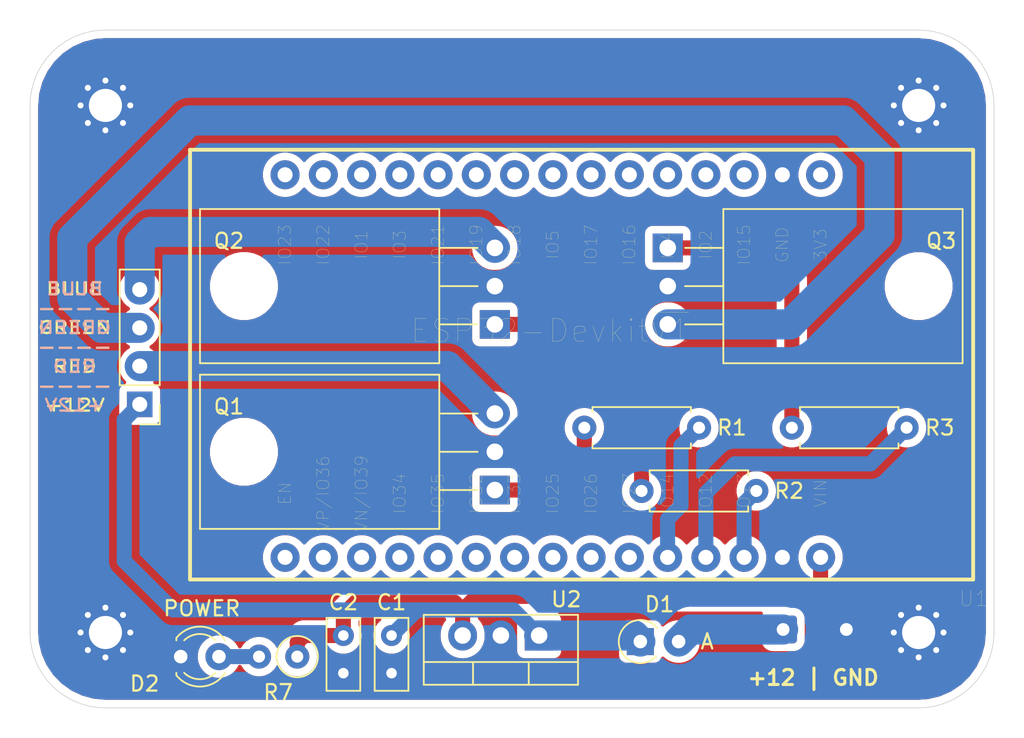
<source format=kicad_pcb>
(kicad_pcb (version 20171130) (host pcbnew "(5.1.9)-1")

  (general
    (thickness 1.6)
    (drawings 12)
    (tracks 83)
    (zones 0)
    (modules 19)
    (nets 15)
  )

  (page A4)
  (layers
    (0 F.Cu signal)
    (31 B.Cu signal)
    (32 B.Adhes user)
    (33 F.Adhes user)
    (34 B.Paste user)
    (35 F.Paste user)
    (36 B.SilkS user)
    (37 F.SilkS user)
    (38 B.Mask user)
    (39 F.Mask user)
    (40 Dwgs.User user)
    (41 Cmts.User user)
    (42 Eco1.User user)
    (43 Eco2.User user)
    (44 Edge.Cuts user)
    (45 Margin user)
    (46 B.CrtYd user)
    (47 F.CrtYd user)
    (48 B.Fab user hide)
    (49 F.Fab user hide)
  )

  (setup
    (last_trace_width 2)
    (user_trace_width 0.5)
    (user_trace_width 1)
    (user_trace_width 2)
    (trace_clearance 0.2)
    (zone_clearance 0.508)
    (zone_45_only no)
    (trace_min 0.2)
    (via_size 0.8)
    (via_drill 0.4)
    (via_min_size 0.4)
    (via_min_drill 0.3)
    (uvia_size 0.3)
    (uvia_drill 0.1)
    (uvias_allowed no)
    (uvia_min_size 0.2)
    (uvia_min_drill 0.1)
    (edge_width 0.05)
    (segment_width 0.2)
    (pcb_text_width 0.3)
    (pcb_text_size 1.5 1.5)
    (mod_edge_width 0.12)
    (mod_text_size 1 1)
    (mod_text_width 0.15)
    (pad_size 1.9304 1.9304)
    (pad_drill 1)
    (pad_to_mask_clearance 0)
    (aux_axis_origin 0 0)
    (visible_elements 7FFFFFFF)
    (pcbplotparams
      (layerselection 0x010fc_ffffffff)
      (usegerberextensions false)
      (usegerberattributes true)
      (usegerberadvancedattributes true)
      (creategerberjobfile true)
      (excludeedgelayer true)
      (linewidth 0.100000)
      (plotframeref false)
      (viasonmask false)
      (mode 1)
      (useauxorigin false)
      (hpglpennumber 1)
      (hpglpenspeed 20)
      (hpglpendiameter 15.000000)
      (psnegative false)
      (psa4output false)
      (plotreference true)
      (plotvalue true)
      (plotinvisibletext false)
      (padsonsilk false)
      (subtractmaskfromsilk false)
      (outputformat 1)
      (mirror false)
      (drillshape 1)
      (scaleselection 1)
      (outputdirectory ""))
  )

  (net 0 "")
  (net 1 +12V)
  (net 2 GND)
  (net 3 "Net-(D1-Pad2)")
  (net 4 COLOR_RED)
  (net 5 COLOR_GREEN)
  (net 6 COLOR_BLUE)
  (net 7 "Net-(Q1-Pad1)")
  (net 8 "Net-(Q2-Pad1)")
  (net 9 "Net-(Q3-Pad1)")
  (net 10 LED_RED)
  (net 11 LED_BLUE)
  (net 12 LED_GREEN)
  (net 13 +6V)
  (net 14 "Net-(D2-Pad2)")

  (net_class Default "This is the default net class."
    (clearance 0.2)
    (trace_width 0.25)
    (via_dia 0.8)
    (via_drill 0.4)
    (uvia_dia 0.3)
    (uvia_drill 0.1)
    (add_net +12V)
    (add_net +6V)
    (add_net COLOR_BLUE)
    (add_net COLOR_GREEN)
    (add_net COLOR_RED)
    (add_net GND)
    (add_net LED_BLUE)
    (add_net LED_GREEN)
    (add_net LED_RED)
    (add_net "Net-(D1-Pad2)")
    (add_net "Net-(D2-Pad2)")
    (add_net "Net-(Q1-Pad1)")
    (add_net "Net-(Q2-Pad1)")
    (add_net "Net-(Q3-Pad1)")
  )

  (module Capacitor_THT:C_Rect_L4.6mm_W2.0mm_P2.50mm_MKS02_FKP02 (layer F.Cu) (tedit 5AE50EF0) (tstamp 60AF9EE6)
    (at 78.8 85.2 270)
    (descr "C, Rect series, Radial, pin pitch=2.50mm, , length*width=4.6*2mm^2, Capacitor, http://www.wima.de/DE/WIMA_MKS_02.pdf")
    (tags "C Rect series Radial pin pitch 2.50mm  length 4.6mm width 2mm Capacitor")
    (path /6065A463)
    (fp_text reference C2 (at -2.2 0 180) (layer F.SilkS)
      (effects (font (size 1 1) (thickness 0.15)))
    )
    (fp_text value C_Small (at 1.25 2.25 90) (layer F.Fab)
      (effects (font (size 1 1) (thickness 0.15)))
    )
    (fp_text user %R (at 1.25 0 90) (layer F.Fab)
      (effects (font (size 0.92 0.92) (thickness 0.138)))
    )
    (fp_line (start -1.05 -1) (end -1.05 1) (layer F.Fab) (width 0.1))
    (fp_line (start -1.05 1) (end 3.55 1) (layer F.Fab) (width 0.1))
    (fp_line (start 3.55 1) (end 3.55 -1) (layer F.Fab) (width 0.1))
    (fp_line (start 3.55 -1) (end -1.05 -1) (layer F.Fab) (width 0.1))
    (fp_line (start -1.17 -1.12) (end 3.67 -1.12) (layer F.SilkS) (width 0.12))
    (fp_line (start -1.17 1.12) (end 3.67 1.12) (layer F.SilkS) (width 0.12))
    (fp_line (start -1.17 -1.12) (end -1.17 1.12) (layer F.SilkS) (width 0.12))
    (fp_line (start 3.67 -1.12) (end 3.67 1.12) (layer F.SilkS) (width 0.12))
    (fp_line (start -1.3 -1.25) (end -1.3 1.25) (layer F.CrtYd) (width 0.05))
    (fp_line (start -1.3 1.25) (end 3.8 1.25) (layer F.CrtYd) (width 0.05))
    (fp_line (start 3.8 1.25) (end 3.8 -1.25) (layer F.CrtYd) (width 0.05))
    (fp_line (start 3.8 -1.25) (end -1.3 -1.25) (layer F.CrtYd) (width 0.05))
    (pad 2 thru_hole circle (at 2.5 0 270) (size 1.4 1.4) (drill 0.7) (layers *.Cu *.Mask)
      (net 2 GND))
    (pad 1 thru_hole circle (at 0 0 270) (size 1.4 1.4) (drill 0.7) (layers *.Cu *.Mask)
      (net 13 +6V))
    (model ${KISYS3DMOD}/Capacitor_THT.3dshapes/C_Rect_L4.6mm_W2.0mm_P2.50mm_MKS02_FKP02.wrl
      (at (xyz 0 0 0))
      (scale (xyz 1 1 1))
      (rotate (xyz 0 0 0))
    )
  )

  (module Capacitor_THT:C_Rect_L4.6mm_W2.0mm_P2.50mm_MKS02_FKP02 (layer F.Cu) (tedit 5AE50EF0) (tstamp 60AF9EB0)
    (at 82 85.2 270)
    (descr "C, Rect series, Radial, pin pitch=2.50mm, , length*width=4.6*2mm^2, Capacitor, http://www.wima.de/DE/WIMA_MKS_02.pdf")
    (tags "C Rect series Radial pin pitch 2.50mm  length 4.6mm width 2mm Capacitor")
    (path /60657979)
    (fp_text reference C1 (at -2.2 0 180) (layer F.SilkS)
      (effects (font (size 1 1) (thickness 0.15)))
    )
    (fp_text value C_Small (at 1.25 2.25 90) (layer F.Fab)
      (effects (font (size 1 1) (thickness 0.15)))
    )
    (fp_text user %R (at 1.25 0 90) (layer F.Fab)
      (effects (font (size 0.92 0.92) (thickness 0.138)))
    )
    (fp_line (start -1.05 -1) (end -1.05 1) (layer F.Fab) (width 0.1))
    (fp_line (start -1.05 1) (end 3.55 1) (layer F.Fab) (width 0.1))
    (fp_line (start 3.55 1) (end 3.55 -1) (layer F.Fab) (width 0.1))
    (fp_line (start 3.55 -1) (end -1.05 -1) (layer F.Fab) (width 0.1))
    (fp_line (start -1.17 -1.12) (end 3.67 -1.12) (layer F.SilkS) (width 0.12))
    (fp_line (start -1.17 1.12) (end 3.67 1.12) (layer F.SilkS) (width 0.12))
    (fp_line (start -1.17 -1.12) (end -1.17 1.12) (layer F.SilkS) (width 0.12))
    (fp_line (start 3.67 -1.12) (end 3.67 1.12) (layer F.SilkS) (width 0.12))
    (fp_line (start -1.3 -1.25) (end -1.3 1.25) (layer F.CrtYd) (width 0.05))
    (fp_line (start -1.3 1.25) (end 3.8 1.25) (layer F.CrtYd) (width 0.05))
    (fp_line (start 3.8 1.25) (end 3.8 -1.25) (layer F.CrtYd) (width 0.05))
    (fp_line (start 3.8 -1.25) (end -1.3 -1.25) (layer F.CrtYd) (width 0.05))
    (pad 2 thru_hole circle (at 2.5 0 270) (size 1.4 1.4) (drill 0.7) (layers *.Cu *.Mask)
      (net 2 GND))
    (pad 1 thru_hole circle (at 0 0 270) (size 1.4 1.4) (drill 0.7) (layers *.Cu *.Mask)
      (net 1 +12V))
    (model ${KISYS3DMOD}/Capacitor_THT.3dshapes/C_Rect_L4.6mm_W2.0mm_P2.50mm_MKS02_FKP02.wrl
      (at (xyz 0 0 0))
      (scale (xyz 1 1 1))
      (rotate (xyz 0 0 0))
    )
  )

  (module Resistor_THT:R_Axial_DIN0207_L6.3mm_D2.5mm_P7.62mm_Horizontal (layer F.Cu) (tedit 5AE5139B) (tstamp 60AF1B56)
    (at 108.58 71.4)
    (descr "Resistor, Axial_DIN0207 series, Axial, Horizontal, pin pitch=7.62mm, 0.25W = 1/4W, length*diameter=6.3*2.5mm^2, http://cdn-reichelt.de/documents/datenblatt/B400/1_4W%23YAG.pdf")
    (tags "Resistor Axial_DIN0207 series Axial Horizontal pin pitch 7.62mm 0.25W = 1/4W length 6.3mm diameter 2.5mm")
    (path /6064F4E6)
    (fp_text reference R3 (at 9.82 0) (layer F.SilkS)
      (effects (font (size 1 1) (thickness 0.15)))
    )
    (fp_text value 1k (at 3.81 2.37) (layer F.Fab)
      (effects (font (size 1 1) (thickness 0.15)))
    )
    (fp_text user %R (at 3.81 0) (layer F.Fab)
      (effects (font (size 1 1) (thickness 0.15)))
    )
    (fp_line (start 0.66 -1.25) (end 0.66 1.25) (layer F.Fab) (width 0.1))
    (fp_line (start 0.66 1.25) (end 6.96 1.25) (layer F.Fab) (width 0.1))
    (fp_line (start 6.96 1.25) (end 6.96 -1.25) (layer F.Fab) (width 0.1))
    (fp_line (start 6.96 -1.25) (end 0.66 -1.25) (layer F.Fab) (width 0.1))
    (fp_line (start 0 0) (end 0.66 0) (layer F.Fab) (width 0.1))
    (fp_line (start 7.62 0) (end 6.96 0) (layer F.Fab) (width 0.1))
    (fp_line (start 0.54 -1.04) (end 0.54 -1.37) (layer F.SilkS) (width 0.12))
    (fp_line (start 0.54 -1.37) (end 7.08 -1.37) (layer F.SilkS) (width 0.12))
    (fp_line (start 7.08 -1.37) (end 7.08 -1.04) (layer F.SilkS) (width 0.12))
    (fp_line (start 0.54 1.04) (end 0.54 1.37) (layer F.SilkS) (width 0.12))
    (fp_line (start 0.54 1.37) (end 7.08 1.37) (layer F.SilkS) (width 0.12))
    (fp_line (start 7.08 1.37) (end 7.08 1.04) (layer F.SilkS) (width 0.12))
    (fp_line (start -1.05 -1.5) (end -1.05 1.5) (layer F.CrtYd) (width 0.05))
    (fp_line (start -1.05 1.5) (end 8.67 1.5) (layer F.CrtYd) (width 0.05))
    (fp_line (start 8.67 1.5) (end 8.67 -1.5) (layer F.CrtYd) (width 0.05))
    (fp_line (start 8.67 -1.5) (end -1.05 -1.5) (layer F.CrtYd) (width 0.05))
    (pad 2 thru_hole oval (at 7.62 0) (size 1.6 1.6) (drill 0.8) (layers *.Cu *.Mask)
      (net 12 LED_GREEN))
    (pad 1 thru_hole circle (at 0 0) (size 1.6 1.6) (drill 0.8) (layers *.Cu *.Mask)
      (net 9 "Net-(Q3-Pad1)"))
    (model ${KISYS3DMOD}/Resistor_THT.3dshapes/R_Axial_DIN0207_L6.3mm_D2.5mm_P7.62mm_Horizontal.wrl
      (at (xyz 0 0 0))
      (scale (xyz 1 1 1))
      (rotate (xyz 0 0 0))
    )
  )

  (module Resistor_THT:R_Axial_DIN0207_L6.3mm_D2.5mm_P7.62mm_Horizontal (layer F.Cu) (tedit 5AE5139B) (tstamp 60AFA55B)
    (at 98.6 75.6)
    (descr "Resistor, Axial_DIN0207 series, Axial, Horizontal, pin pitch=7.62mm, 0.25W = 1/4W, length*diameter=6.3*2.5mm^2, http://cdn-reichelt.de/documents/datenblatt/B400/1_4W%23YAG.pdf")
    (tags "Resistor Axial_DIN0207 series Axial Horizontal pin pitch 7.62mm 0.25W = 1/4W length 6.3mm diameter 2.5mm")
    (path /6064B3F4)
    (fp_text reference R2 (at 9.8 0) (layer F.SilkS)
      (effects (font (size 1 1) (thickness 0.15)))
    )
    (fp_text value 1k (at 3.81 2.37) (layer F.Fab)
      (effects (font (size 1 1) (thickness 0.15)))
    )
    (fp_text user %R (at 3.81 0) (layer F.Fab)
      (effects (font (size 1 1) (thickness 0.15)))
    )
    (fp_line (start 0.66 -1.25) (end 0.66 1.25) (layer F.Fab) (width 0.1))
    (fp_line (start 0.66 1.25) (end 6.96 1.25) (layer F.Fab) (width 0.1))
    (fp_line (start 6.96 1.25) (end 6.96 -1.25) (layer F.Fab) (width 0.1))
    (fp_line (start 6.96 -1.25) (end 0.66 -1.25) (layer F.Fab) (width 0.1))
    (fp_line (start 0 0) (end 0.66 0) (layer F.Fab) (width 0.1))
    (fp_line (start 7.62 0) (end 6.96 0) (layer F.Fab) (width 0.1))
    (fp_line (start 0.54 -1.04) (end 0.54 -1.37) (layer F.SilkS) (width 0.12))
    (fp_line (start 0.54 -1.37) (end 7.08 -1.37) (layer F.SilkS) (width 0.12))
    (fp_line (start 7.08 -1.37) (end 7.08 -1.04) (layer F.SilkS) (width 0.12))
    (fp_line (start 0.54 1.04) (end 0.54 1.37) (layer F.SilkS) (width 0.12))
    (fp_line (start 0.54 1.37) (end 7.08 1.37) (layer F.SilkS) (width 0.12))
    (fp_line (start 7.08 1.37) (end 7.08 1.04) (layer F.SilkS) (width 0.12))
    (fp_line (start -1.05 -1.5) (end -1.05 1.5) (layer F.CrtYd) (width 0.05))
    (fp_line (start -1.05 1.5) (end 8.67 1.5) (layer F.CrtYd) (width 0.05))
    (fp_line (start 8.67 1.5) (end 8.67 -1.5) (layer F.CrtYd) (width 0.05))
    (fp_line (start 8.67 -1.5) (end -1.05 -1.5) (layer F.CrtYd) (width 0.05))
    (pad 2 thru_hole oval (at 7.62 0) (size 1.6 1.6) (drill 0.8) (layers *.Cu *.Mask)
      (net 11 LED_BLUE))
    (pad 1 thru_hole circle (at 0 0) (size 1.6 1.6) (drill 0.8) (layers *.Cu *.Mask)
      (net 8 "Net-(Q2-Pad1)"))
    (model ${KISYS3DMOD}/Resistor_THT.3dshapes/R_Axial_DIN0207_L6.3mm_D2.5mm_P7.62mm_Horizontal.wrl
      (at (xyz 0 0 0))
      (scale (xyz 1 1 1))
      (rotate (xyz 0 0 0))
    )
  )

  (module Resistor_THT:R_Axial_DIN0207_L6.3mm_D2.5mm_P7.62mm_Horizontal (layer F.Cu) (tedit 5AE5139B) (tstamp 60AF1B34)
    (at 94.8 71.4)
    (descr "Resistor, Axial_DIN0207 series, Axial, Horizontal, pin pitch=7.62mm, 0.25W = 1/4W, length*diameter=6.3*2.5mm^2, http://cdn-reichelt.de/documents/datenblatt/B400/1_4W%23YAG.pdf")
    (tags "Resistor Axial_DIN0207 series Axial Horizontal pin pitch 7.62mm 0.25W = 1/4W length 6.3mm diameter 2.5mm")
    (path /60628A5E)
    (fp_text reference R1 (at 9.8 0) (layer F.SilkS)
      (effects (font (size 1 1) (thickness 0.15)))
    )
    (fp_text value 1k (at 3.81 2.37) (layer F.Fab)
      (effects (font (size 1 1) (thickness 0.15)))
    )
    (fp_text user %R (at 3.81 0) (layer F.Fab)
      (effects (font (size 1 1) (thickness 0.15)))
    )
    (fp_line (start 0.66 -1.25) (end 0.66 1.25) (layer F.Fab) (width 0.1))
    (fp_line (start 0.66 1.25) (end 6.96 1.25) (layer F.Fab) (width 0.1))
    (fp_line (start 6.96 1.25) (end 6.96 -1.25) (layer F.Fab) (width 0.1))
    (fp_line (start 6.96 -1.25) (end 0.66 -1.25) (layer F.Fab) (width 0.1))
    (fp_line (start 0 0) (end 0.66 0) (layer F.Fab) (width 0.1))
    (fp_line (start 7.62 0) (end 6.96 0) (layer F.Fab) (width 0.1))
    (fp_line (start 0.54 -1.04) (end 0.54 -1.37) (layer F.SilkS) (width 0.12))
    (fp_line (start 0.54 -1.37) (end 7.08 -1.37) (layer F.SilkS) (width 0.12))
    (fp_line (start 7.08 -1.37) (end 7.08 -1.04) (layer F.SilkS) (width 0.12))
    (fp_line (start 0.54 1.04) (end 0.54 1.37) (layer F.SilkS) (width 0.12))
    (fp_line (start 0.54 1.37) (end 7.08 1.37) (layer F.SilkS) (width 0.12))
    (fp_line (start 7.08 1.37) (end 7.08 1.04) (layer F.SilkS) (width 0.12))
    (fp_line (start -1.05 -1.5) (end -1.05 1.5) (layer F.CrtYd) (width 0.05))
    (fp_line (start -1.05 1.5) (end 8.67 1.5) (layer F.CrtYd) (width 0.05))
    (fp_line (start 8.67 1.5) (end 8.67 -1.5) (layer F.CrtYd) (width 0.05))
    (fp_line (start 8.67 -1.5) (end -1.05 -1.5) (layer F.CrtYd) (width 0.05))
    (pad 2 thru_hole oval (at 7.62 0) (size 1.6 1.6) (drill 0.8) (layers *.Cu *.Mask)
      (net 10 LED_RED))
    (pad 1 thru_hole circle (at 0 0) (size 1.6 1.6) (drill 0.8) (layers *.Cu *.Mask)
      (net 7 "Net-(Q1-Pad1)"))
    (model ${KISYS3DMOD}/Resistor_THT.3dshapes/R_Axial_DIN0207_L6.3mm_D2.5mm_P7.62mm_Horizontal.wrl
      (at (xyz 0 0 0))
      (scale (xyz 1 1 1))
      (rotate (xyz 0 0 0))
    )
  )

  (module CURTI:ESP32-DEVKITV1 (layer F.Cu) (tedit 6060A799) (tstamp 60AFB5E6)
    (at 93.97 66.875 180)
    (path /609D48B1)
    (fp_text reference U1 (at -26.68 -15.875) (layer F.SilkS)
      (effects (font (size 1 1) (thickness 0.015)))
    )
    (fp_text value Esp32-Devkit-V1 (at 0 0) (layer F.Fab)
      (effects (font (size 0.787402 0.787402) (thickness 0.015)))
    )
    (fp_line (start -26.65 13.93) (end -26.65 -14.605) (layer F.SilkS) (width 0.254))
    (fp_line (start 25.35 13.93) (end -26.65 13.93) (layer F.SilkS) (width 0.254))
    (fp_line (start 25.35 -14.605) (end 25.35 13.93) (layer F.SilkS) (width 0.254))
    (fp_line (start -26.65 -14.605) (end 25.35 -14.605) (layer F.SilkS) (width 0.254))
    (fp_text user ESP32-DEVKITV1 (at 11.35 15.97) (layer F.Fab)
      (effects (font (size 1 1) (thickness 0.015)))
    )
    (fp_text user ESP32-Devkit~V1 (at 1.42 1.91) (layer F.SilkS)
      (effects (font (size 1.52 1.52) (thickness 0.015)))
    )
    (fp_text user EN (at 19.05 -8.89 90) (layer F.SilkS)
      (effects (font (size 0.8 0.8) (thickness 0.015)))
    )
    (fp_text user VP/IO36 (at 16.51 -8.89 270) (layer F.SilkS)
      (effects (font (size 0.8 0.8) (thickness 0.015)))
    )
    (fp_text user VN/IO39 (at 13.97 -8.89 270) (layer F.SilkS)
      (effects (font (size 0.8 0.8) (thickness 0.015)))
    )
    (fp_text user IO34 (at 11.43 -8.89 90) (layer F.SilkS)
      (effects (font (size 0.8 0.8) (thickness 0.015)))
    )
    (fp_text user IO35 (at 8.89 -8.89 90) (layer F.SilkS)
      (effects (font (size 0.8 0.8) (thickness 0.015)))
    )
    (fp_text user IO32 (at 6.35 -8.89 90) (layer F.SilkS)
      (effects (font (size 0.8 0.8) (thickness 0.015)))
    )
    (fp_text user IO33 (at 3.81 -8.89 90) (layer F.SilkS)
      (effects (font (size 0.8 0.8) (thickness 0.015)))
    )
    (fp_text user IO25 (at 1.27 -8.89 90) (layer F.SilkS)
      (effects (font (size 0.8 0.8) (thickness 0.015)))
    )
    (fp_text user IO26 (at -1.27 -8.89 90) (layer F.SilkS)
      (effects (font (size 0.8 0.8) (thickness 0.015)))
    )
    (fp_text user IO27 (at -3.81 -8.89 90) (layer F.SilkS)
      (effects (font (size 0.8 0.8) (thickness 0.015)))
    )
    (fp_text user IO14 (at -6.35 -8.89 90) (layer F.SilkS)
      (effects (font (size 0.8 0.8) (thickness 0.015)))
    )
    (fp_text user IO12 (at -8.89 -8.89 90) (layer F.SilkS)
      (effects (font (size 0.8 0.8) (thickness 0.015)))
    )
    (fp_text user IO13 (at -11.43 -8.89 90) (layer F.SilkS)
      (effects (font (size 0.8 0.8) (thickness 0.015)))
    )
    (fp_text user VIN (at -16.51 -8.89 90) (layer F.SilkS)
      (effects (font (size 0.8 0.8) (thickness 0.015)))
    )
    (fp_text user IO23 (at 19.05 7.62 90) (layer F.SilkS)
      (effects (font (size 0.8 0.8) (thickness 0.015)))
    )
    (fp_text user IO22 (at 16.51 7.62 90) (layer F.SilkS)
      (effects (font (size 0.8 0.8) (thickness 0.015)))
    )
    (fp_text user IO1 (at 13.97 7.62 90) (layer F.SilkS)
      (effects (font (size 0.8 0.8) (thickness 0.015)))
    )
    (fp_text user IO3 (at 11.43 7.62 90) (layer F.SilkS)
      (effects (font (size 0.8 0.8) (thickness 0.015)))
    )
    (fp_text user IO21 (at 8.89 7.62 90) (layer F.SilkS)
      (effects (font (size 0.8 0.8) (thickness 0.015)))
    )
    (fp_text user IO19 (at 6.35 7.62 90) (layer F.SilkS)
      (effects (font (size 0.8 0.8) (thickness 0.015)))
    )
    (fp_text user IO18 (at 3.81 7.62 90) (layer F.SilkS)
      (effects (font (size 0.8 0.8) (thickness 0.015)))
    )
    (fp_text user IO5 (at 1.27 7.62 90) (layer F.SilkS)
      (effects (font (size 0.8 0.8) (thickness 0.015)))
    )
    (fp_text user IO17 (at -1.27 7.62 90) (layer F.SilkS)
      (effects (font (size 0.8 0.8) (thickness 0.015)))
    )
    (fp_text user IO16 (at -3.81 7.62 90) (layer F.SilkS)
      (effects (font (size 0.8 0.8) (thickness 0.015)))
    )
    (fp_text user IO4 (at -6.35 7.62 90) (layer F.SilkS)
      (effects (font (size 0.8 0.8) (thickness 0.015)))
    )
    (fp_text user IO2 (at -8.89 7.62 90) (layer F.SilkS)
      (effects (font (size 0.8 0.8) (thickness 0.015)))
    )
    (fp_text user IO15 (at -11.43 7.62 90) (layer F.SilkS)
      (effects (font (size 0.8 0.8) (thickness 0.015)))
    )
    (fp_text user GND (at -13.97 7.62 90) (layer F.SilkS)
      (effects (font (size 0.8 0.8) (thickness 0.015)))
    )
    (fp_text user 3V3 (at -16.51 7.62 90) (layer F.SilkS)
      (effects (font (size 0.8 0.8) (thickness 0.015)))
    )
    (pad 16 thru_hole circle (at 19.04 -13.135 180) (size 1.9304 1.9304) (drill 1) (layers *.Cu *.Mask))
    (pad 17 thru_hole circle (at 16.5 -13.135 180) (size 1.9304 1.9304) (drill 1) (layers *.Cu *.Mask))
    (pad 18 thru_hole circle (at 13.96 -13.135 180) (size 1.9304 1.9304) (drill 1) (layers *.Cu *.Mask))
    (pad 19 thru_hole circle (at 11.42 -13.135 180) (size 1.9304 1.9304) (drill 1) (layers *.Cu *.Mask))
    (pad 20 thru_hole circle (at 8.88 -13.135 180) (size 1.9304 1.9304) (drill 1) (layers *.Cu *.Mask))
    (pad 21 thru_hole circle (at 6.34 -13.135 180) (size 1.9304 1.9304) (drill 1) (layers *.Cu *.Mask))
    (pad 22 thru_hole circle (at 3.8 -13.135 180) (size 1.9304 1.9304) (drill 1) (layers *.Cu *.Mask))
    (pad 23 thru_hole circle (at 1.26 -13.135 180) (size 1.9304 1.9304) (drill 1) (layers *.Cu *.Mask))
    (pad 24 thru_hole circle (at -1.28 -13.135 180) (size 1.9304 1.9304) (drill 1) (layers *.Cu *.Mask))
    (pad 25 thru_hole circle (at -3.82 -13.135 180) (size 1.9304 1.9304) (drill 1) (layers *.Cu *.Mask))
    (pad 26 thru_hole circle (at -6.36 -13.135 180) (size 1.9304 1.9304) (drill 1) (layers *.Cu *.Mask)
      (net 10 LED_RED))
    (pad 27 thru_hole circle (at -8.9 -13.135 180) (size 1.9304 1.9304) (drill 1) (layers *.Cu *.Mask)
      (net 12 LED_GREEN))
    (pad 28 thru_hole circle (at -11.44 -13.135 180) (size 1.9304 1.9304) (drill 1) (layers *.Cu *.Mask)
      (net 11 LED_BLUE))
    (pad 29 thru_hole circle (at -13.98 -13.135 180) (size 1.9304 1.9304) (drill 1) (layers *.Cu *.Mask)
      (net 2 GND))
    (pad 30 thru_hole circle (at -16.52 -13.135 180) (size 1.9304 1.9304) (drill 1) (layers *.Cu *.Mask)
      (net 13 +6V))
    (pad 15 thru_hole circle (at 19.04 12.27 180) (size 1.9304 1.9304) (drill 1) (layers *.Cu *.Mask))
    (pad 14 thru_hole circle (at 16.5 12.27 180) (size 1.9304 1.9304) (drill 1) (layers *.Cu *.Mask))
    (pad 13 thru_hole circle (at 13.96 12.27 180) (size 1.9304 1.9304) (drill 1) (layers *.Cu *.Mask))
    (pad 12 thru_hole circle (at 11.42 12.27 180) (size 1.9304 1.9304) (drill 1) (layers *.Cu *.Mask))
    (pad 11 thru_hole circle (at 8.88 12.27 180) (size 1.9304 1.9304) (drill 1) (layers *.Cu *.Mask))
    (pad 10 thru_hole circle (at 6.34 12.27 180) (size 1.9304 1.9304) (drill 1) (layers *.Cu *.Mask))
    (pad 9 thru_hole circle (at 3.8 12.27 180) (size 1.9304 1.9304) (drill 1) (layers *.Cu *.Mask))
    (pad 8 thru_hole circle (at 1.26 12.27 180) (size 1.9304 1.9304) (drill 1) (layers *.Cu *.Mask))
    (pad 7 thru_hole circle (at -1.28 12.27 180) (size 1.9304 1.9304) (drill 1) (layers *.Cu *.Mask))
    (pad 6 thru_hole circle (at -3.82 12.27 180) (size 1.9304 1.9304) (drill 1) (layers *.Cu *.Mask))
    (pad 5 thru_hole circle (at -6.36 12.27 180) (size 1.9304 1.9304) (drill 1) (layers *.Cu *.Mask))
    (pad 4 thru_hole circle (at -8.9 12.27 180) (size 1.9304 1.9304) (drill 1) (layers *.Cu *.Mask))
    (pad 3 thru_hole circle (at -11.44 12.27 180) (size 1.9304 1.9304) (drill 1) (layers *.Cu *.Mask))
    (pad 2 thru_hole circle (at -13.98 12.27 180) (size 1.9304 1.9304) (drill 1) (layers *.Cu *.Mask)
      (net 2 GND))
    (pad 1 thru_hole circle (at -16.52 12.27 180) (size 1.9304 1.9304) (drill 1) (layers *.Cu *.Mask))
    (model "D:/Users/Valencia/Google Drive/Sync Docs/KiCad/ESP32-Barra.STEP"
      (offset (xyz 35.2 -5.1 6.85))
      (scale (xyz 1 1 1))
      (rotate (xyz -90 0 90))
    )
  )

  (module Connector_Wire:SolderWire-0.25sqmm_1x02_P4.2mm_D0.65mm_OD1.7mm (layer F.Cu) (tedit 5EB70B43) (tstamp 60613576)
    (at 108 84.8)
    (descr "Soldered wire connection, for 2 times 0.25 mm² wires, basic insulation, conductor diameter 0.65mm, outer diameter 1.7mm, size source Multi-Contact FLEXI-E_0.25 (https://ec.staubli.com/AcroFiles/Catalogues/TM_Cab-Main-11014119_(en)_hi.pdf), bend radius 3 times outer diameter, generated with kicad-footprint-generator")
    (tags "connector wire 0.25sqmm")
    (path /606C2766)
    (attr virtual)
    (fp_text reference J1 (at 2.0955 0.0635) (layer F.SilkS) hide
      (effects (font (size 1 1) (thickness 0.15)))
    )
    (fp_text value Jack-DC (at 2.1 2.12) (layer F.Fab)
      (effects (font (size 1 1) (thickness 0.15)))
    )
    (fp_line (start 5.8 -1.42) (end 2.6 -1.42) (layer F.CrtYd) (width 0.05))
    (fp_line (start 5.8 1.42) (end 5.8 -1.42) (layer F.CrtYd) (width 0.05))
    (fp_line (start 2.6 1.42) (end 5.8 1.42) (layer F.CrtYd) (width 0.05))
    (fp_line (start 2.6 -1.42) (end 2.6 1.42) (layer F.CrtYd) (width 0.05))
    (fp_line (start 1.6 -1.42) (end -1.6 -1.42) (layer F.CrtYd) (width 0.05))
    (fp_line (start 1.6 1.42) (end 1.6 -1.42) (layer F.CrtYd) (width 0.05))
    (fp_line (start -1.6 1.42) (end 1.6 1.42) (layer F.CrtYd) (width 0.05))
    (fp_line (start -1.6 -1.42) (end -1.6 1.42) (layer F.CrtYd) (width 0.05))
    (fp_circle (center 4.2 0) (end 5.05 0) (layer F.Fab) (width 0.1))
    (fp_circle (center 0 0) (end 0.85 0) (layer F.Fab) (width 0.1))
    (fp_text user %R (at 2.1 0 90) (layer F.Fab)
      (effects (font (size 0.71 0.71) (thickness 0.11)))
    )
    (pad 2 thru_hole circle (at 4.2 0) (size 1.85 1.85) (drill 0.85) (layers *.Cu *.Mask)
      (net 2 GND))
    (pad 1 thru_hole roundrect (at 0 0) (size 1.85 1.85) (drill 0.85) (layers *.Cu *.Mask) (roundrect_rratio 0.135135)
      (net 3 "Net-(D1-Pad2)"))
    (model ${KISYS3DMOD}/Connector_Wire.3dshapes/SolderWire-0.25sqmm_1x02_P4.2mm_D0.65mm_OD1.7mm.wrl
      (at (xyz 0 0 0))
      (scale (xyz 1 1 1))
      (rotate (xyz 0 0 0))
    )
  )

  (module Package_TO_SOT_THT:TO-220-3_Vertical (layer F.Cu) (tedit 5AC8BA0D) (tstamp 60AF9F6F)
    (at 91.8 85.2 180)
    (descr "TO-220-3, Vertical, RM 2.54mm, see https://www.vishay.com/docs/66542/to-220-1.pdf")
    (tags "TO-220-3 Vertical RM 2.54mm")
    (path /606530F0)
    (fp_text reference U2 (at -1.8 2.4) (layer F.SilkS)
      (effects (font (size 1 1) (thickness 0.15)))
    )
    (fp_text value LM7806 (at 2.54 2.5) (layer F.Fab)
      (effects (font (size 1 1) (thickness 0.15)))
    )
    (fp_line (start 7.79 -3.4) (end -2.71 -3.4) (layer F.CrtYd) (width 0.05))
    (fp_line (start 7.79 1.51) (end 7.79 -3.4) (layer F.CrtYd) (width 0.05))
    (fp_line (start -2.71 1.51) (end 7.79 1.51) (layer F.CrtYd) (width 0.05))
    (fp_line (start -2.71 -3.4) (end -2.71 1.51) (layer F.CrtYd) (width 0.05))
    (fp_line (start 4.391 -3.27) (end 4.391 -1.76) (layer F.SilkS) (width 0.12))
    (fp_line (start 0.69 -3.27) (end 0.69 -1.76) (layer F.SilkS) (width 0.12))
    (fp_line (start -2.58 -1.76) (end 7.66 -1.76) (layer F.SilkS) (width 0.12))
    (fp_line (start 7.66 -3.27) (end 7.66 1.371) (layer F.SilkS) (width 0.12))
    (fp_line (start -2.58 -3.27) (end -2.58 1.371) (layer F.SilkS) (width 0.12))
    (fp_line (start -2.58 1.371) (end 7.66 1.371) (layer F.SilkS) (width 0.12))
    (fp_line (start -2.58 -3.27) (end 7.66 -3.27) (layer F.SilkS) (width 0.12))
    (fp_line (start 4.39 -3.15) (end 4.39 -1.88) (layer F.Fab) (width 0.1))
    (fp_line (start 0.69 -3.15) (end 0.69 -1.88) (layer F.Fab) (width 0.1))
    (fp_line (start -2.46 -1.88) (end 7.54 -1.88) (layer F.Fab) (width 0.1))
    (fp_line (start 7.54 -3.15) (end -2.46 -3.15) (layer F.Fab) (width 0.1))
    (fp_line (start 7.54 1.25) (end 7.54 -3.15) (layer F.Fab) (width 0.1))
    (fp_line (start -2.46 1.25) (end 7.54 1.25) (layer F.Fab) (width 0.1))
    (fp_line (start -2.46 -3.15) (end -2.46 1.25) (layer F.Fab) (width 0.1))
    (fp_text user %R (at 2.54 -4.27) (layer F.Fab)
      (effects (font (size 1 1) (thickness 0.15)))
    )
    (pad 3 thru_hole oval (at 5.08 0 180) (size 1.905 2) (drill 1.1) (layers *.Cu *.Mask)
      (net 13 +6V))
    (pad 2 thru_hole oval (at 2.54 0 180) (size 1.905 2) (drill 1.1) (layers *.Cu *.Mask)
      (net 2 GND))
    (pad 1 thru_hole rect (at 0 0 180) (size 1.905 2) (drill 1.1) (layers *.Cu *.Mask)
      (net 1 +12V))
    (model ${KISYS3DMOD}/Package_TO_SOT_THT.3dshapes/TO-220-3_Vertical.wrl
      (at (xyz 0 0 0))
      (scale (xyz 1 1 1))
      (rotate (xyz 0 0 0))
    )
  )

  (module MountingHole:MountingHole_2.2mm_M2_Pad_Via (layer F.Cu) (tedit 56DDB9C7) (tstamp 60936387)
    (at 63 50)
    (descr "Mounting Hole 2.2mm, M2")
    (tags "mounting hole 2.2mm m2")
    (path /60984BDF)
    (attr virtual)
    (fp_text reference H4 (at 0 -3.2) (layer F.SilkS) hide
      (effects (font (size 1 1) (thickness 0.15)))
    )
    (fp_text value MountingHole_Pad (at 0 3.2) (layer F.Fab) hide
      (effects (font (size 1 1) (thickness 0.15)))
    )
    (fp_circle (center 0 0) (end 2.45 0) (layer F.CrtYd) (width 0.05))
    (fp_circle (center 0 0) (end 2.2 0) (layer Cmts.User) (width 0.15))
    (fp_text user %R (at 0.3 0) (layer F.Fab) hide
      (effects (font (size 1 1) (thickness 0.15)))
    )
    (pad 1 thru_hole circle (at 1.166726 -1.166726) (size 0.7 0.7) (drill 0.4) (layers *.Cu *.Mask)
      (net 2 GND))
    (pad 1 thru_hole circle (at 0 -1.65) (size 0.7 0.7) (drill 0.4) (layers *.Cu *.Mask)
      (net 2 GND))
    (pad 1 thru_hole circle (at -1.166726 -1.166726) (size 0.7 0.7) (drill 0.4) (layers *.Cu *.Mask)
      (net 2 GND))
    (pad 1 thru_hole circle (at -1.65 0) (size 0.7 0.7) (drill 0.4) (layers *.Cu *.Mask)
      (net 2 GND))
    (pad 1 thru_hole circle (at -1.166726 1.166726) (size 0.7 0.7) (drill 0.4) (layers *.Cu *.Mask)
      (net 2 GND))
    (pad 1 thru_hole circle (at 0 1.65) (size 0.7 0.7) (drill 0.4) (layers *.Cu *.Mask)
      (net 2 GND))
    (pad 1 thru_hole circle (at 1.166726 1.166726) (size 0.7 0.7) (drill 0.4) (layers *.Cu *.Mask)
      (net 2 GND))
    (pad 1 thru_hole circle (at 1.65 0) (size 0.7 0.7) (drill 0.4) (layers *.Cu *.Mask)
      (net 2 GND))
    (pad 1 thru_hole circle (at 0 0) (size 4.4 4.4) (drill 2.2) (layers *.Cu *.Mask)
      (net 2 GND))
  )

  (module MountingHole:MountingHole_2.2mm_M2_Pad_Via (layer F.Cu) (tedit 56DDB9C7) (tstamp 60936377)
    (at 63 85)
    (descr "Mounting Hole 2.2mm, M2")
    (tags "mounting hole 2.2mm m2")
    (path /6098488A)
    (attr virtual)
    (fp_text reference H3 (at 0 -3.2) (layer F.SilkS) hide
      (effects (font (size 1 1) (thickness 0.15)))
    )
    (fp_text value MountingHole_Pad (at 0 3.2) (layer F.Fab) hide
      (effects (font (size 1 1) (thickness 0.15)))
    )
    (fp_circle (center 0 0) (end 2.45 0) (layer F.CrtYd) (width 0.05))
    (fp_circle (center 0 0) (end 2.2 0) (layer Cmts.User) (width 0.15))
    (fp_text user %R (at 0.3 0) (layer F.Fab) hide
      (effects (font (size 1 1) (thickness 0.15)))
    )
    (pad 1 thru_hole circle (at 1.166726 -1.166726) (size 0.7 0.7) (drill 0.4) (layers *.Cu *.Mask)
      (net 2 GND))
    (pad 1 thru_hole circle (at 0 -1.65) (size 0.7 0.7) (drill 0.4) (layers *.Cu *.Mask)
      (net 2 GND))
    (pad 1 thru_hole circle (at -1.166726 -1.166726) (size 0.7 0.7) (drill 0.4) (layers *.Cu *.Mask)
      (net 2 GND))
    (pad 1 thru_hole circle (at -1.65 0) (size 0.7 0.7) (drill 0.4) (layers *.Cu *.Mask)
      (net 2 GND))
    (pad 1 thru_hole circle (at -1.166726 1.166726) (size 0.7 0.7) (drill 0.4) (layers *.Cu *.Mask)
      (net 2 GND))
    (pad 1 thru_hole circle (at 0 1.65) (size 0.7 0.7) (drill 0.4) (layers *.Cu *.Mask)
      (net 2 GND))
    (pad 1 thru_hole circle (at 1.166726 1.166726) (size 0.7 0.7) (drill 0.4) (layers *.Cu *.Mask)
      (net 2 GND))
    (pad 1 thru_hole circle (at 1.65 0) (size 0.7 0.7) (drill 0.4) (layers *.Cu *.Mask)
      (net 2 GND))
    (pad 1 thru_hole circle (at 0 0) (size 4.4 4.4) (drill 2.2) (layers *.Cu *.Mask)
      (net 2 GND))
  )

  (module MountingHole:MountingHole_2.2mm_M2_Pad_Via (layer F.Cu) (tedit 56DDB9C7) (tstamp 60936367)
    (at 117 85)
    (descr "Mounting Hole 2.2mm, M2")
    (tags "mounting hole 2.2mm m2")
    (path /60984624)
    (attr virtual)
    (fp_text reference H2 (at 0 3.9) (layer F.SilkS) hide
      (effects (font (size 1 1) (thickness 0.15)))
    )
    (fp_text value MountingHole_Pad (at 0 3.2) (layer F.Fab)
      (effects (font (size 1 1) (thickness 0.15)))
    )
    (fp_circle (center 0 0) (end 2.45 0) (layer F.CrtYd) (width 0.05))
    (fp_circle (center 0 0) (end 2.2 0) (layer Cmts.User) (width 0.15))
    (fp_text user %R (at 0.3 0) (layer F.Fab)
      (effects (font (size 1 1) (thickness 0.15)))
    )
    (pad 1 thru_hole circle (at 1.166726 -1.166726) (size 0.7 0.7) (drill 0.4) (layers *.Cu *.Mask)
      (net 2 GND))
    (pad 1 thru_hole circle (at 0 -1.65) (size 0.7 0.7) (drill 0.4) (layers *.Cu *.Mask)
      (net 2 GND))
    (pad 1 thru_hole circle (at -1.166726 -1.166726) (size 0.7 0.7) (drill 0.4) (layers *.Cu *.Mask)
      (net 2 GND))
    (pad 1 thru_hole circle (at -1.65 0) (size 0.7 0.7) (drill 0.4) (layers *.Cu *.Mask)
      (net 2 GND))
    (pad 1 thru_hole circle (at -1.166726 1.166726) (size 0.7 0.7) (drill 0.4) (layers *.Cu *.Mask)
      (net 2 GND))
    (pad 1 thru_hole circle (at 0 1.65) (size 0.7 0.7) (drill 0.4) (layers *.Cu *.Mask)
      (net 2 GND))
    (pad 1 thru_hole circle (at 1.166726 1.166726) (size 0.7 0.7) (drill 0.4) (layers *.Cu *.Mask)
      (net 2 GND))
    (pad 1 thru_hole circle (at 1.65 0) (size 0.7 0.7) (drill 0.4) (layers *.Cu *.Mask)
      (net 2 GND))
    (pad 1 thru_hole circle (at 0 0) (size 4.4 4.4) (drill 2.2) (layers *.Cu *.Mask)
      (net 2 GND))
  )

  (module MountingHole:MountingHole_2.2mm_M2_Pad_Via (layer F.Cu) (tedit 56DDB9C7) (tstamp 60936357)
    (at 117 50)
    (descr "Mounting Hole 2.2mm, M2")
    (tags "mounting hole 2.2mm m2")
    (path /60983D9A)
    (attr virtual)
    (fp_text reference H1 (at 0 -3.2) (layer F.SilkS) hide
      (effects (font (size 1 1) (thickness 0.15)))
    )
    (fp_text value MountingHole_Pad (at 0 3.2) (layer F.Fab)
      (effects (font (size 1 1) (thickness 0.15)))
    )
    (fp_circle (center 0 0) (end 2.45 0) (layer F.CrtYd) (width 0.05))
    (fp_circle (center 0 0) (end 2.2 0) (layer Cmts.User) (width 0.15))
    (fp_text user %R (at 0.3 0) (layer F.Fab)
      (effects (font (size 1 1) (thickness 0.15)))
    )
    (pad 1 thru_hole circle (at 1.166726 -1.166726) (size 0.7 0.7) (drill 0.4) (layers *.Cu *.Mask)
      (net 2 GND))
    (pad 1 thru_hole circle (at 0 -1.65) (size 0.7 0.7) (drill 0.4) (layers *.Cu *.Mask)
      (net 2 GND))
    (pad 1 thru_hole circle (at -1.166726 -1.166726) (size 0.7 0.7) (drill 0.4) (layers *.Cu *.Mask)
      (net 2 GND))
    (pad 1 thru_hole circle (at -1.65 0) (size 0.7 0.7) (drill 0.4) (layers *.Cu *.Mask)
      (net 2 GND))
    (pad 1 thru_hole circle (at -1.166726 1.166726) (size 0.7 0.7) (drill 0.4) (layers *.Cu *.Mask)
      (net 2 GND))
    (pad 1 thru_hole circle (at 0 1.65) (size 0.7 0.7) (drill 0.4) (layers *.Cu *.Mask)
      (net 2 GND))
    (pad 1 thru_hole circle (at 1.166726 1.166726) (size 0.7 0.7) (drill 0.4) (layers *.Cu *.Mask)
      (net 2 GND))
    (pad 1 thru_hole circle (at 1.65 0) (size 0.7 0.7) (drill 0.4) (layers *.Cu *.Mask)
      (net 2 GND))
    (pad 1 thru_hole circle (at 0 0) (size 4.4 4.4) (drill 2.2) (layers *.Cu *.Mask)
      (net 2 GND))
  )

  (module Connector_PinHeader_2.54mm:PinHeader_1x04_P2.54mm_Vertical (layer F.Cu) (tedit 59FED5CC) (tstamp 6061358E)
    (at 65.278 69.85 180)
    (descr "Through hole straight pin header, 1x04, 2.54mm pitch, single row")
    (tags "Through hole pin header THT 1x04 2.54mm single row")
    (path /6060C5C1)
    (fp_text reference J2 (at 0 -2.33) (layer F.SilkS) hide
      (effects (font (size 1 1) (thickness 0.15)))
    )
    (fp_text value "FITA DE LED" (at 3.175 3.81 90) (layer F.Fab)
      (effects (font (size 1 1) (thickness 0.15)))
    )
    (fp_line (start 1.8 -1.8) (end -1.8 -1.8) (layer F.CrtYd) (width 0.05))
    (fp_line (start 1.8 9.4) (end 1.8 -1.8) (layer F.CrtYd) (width 0.05))
    (fp_line (start -1.8 9.4) (end 1.8 9.4) (layer F.CrtYd) (width 0.05))
    (fp_line (start -1.8 -1.8) (end -1.8 9.4) (layer F.CrtYd) (width 0.05))
    (fp_line (start -1.33 -1.33) (end 0 -1.33) (layer F.SilkS) (width 0.12))
    (fp_line (start -1.33 0) (end -1.33 -1.33) (layer F.SilkS) (width 0.12))
    (fp_line (start -1.33 1.27) (end 1.33 1.27) (layer F.SilkS) (width 0.12))
    (fp_line (start 1.33 1.27) (end 1.33 8.95) (layer F.SilkS) (width 0.12))
    (fp_line (start -1.33 1.27) (end -1.33 8.95) (layer F.SilkS) (width 0.12))
    (fp_line (start -1.33 8.95) (end 1.33 8.95) (layer F.SilkS) (width 0.12))
    (fp_line (start -1.27 -0.635) (end -0.635 -1.27) (layer F.Fab) (width 0.1))
    (fp_line (start -1.27 8.89) (end -1.27 -0.635) (layer F.Fab) (width 0.1))
    (fp_line (start 1.27 8.89) (end -1.27 8.89) (layer F.Fab) (width 0.1))
    (fp_line (start 1.27 -1.27) (end 1.27 8.89) (layer F.Fab) (width 0.1))
    (fp_line (start -0.635 -1.27) (end 1.27 -1.27) (layer F.Fab) (width 0.1))
    (fp_text user %R (at 0 3.81 90) (layer F.Fab)
      (effects (font (size 1 1) (thickness 0.15)))
    )
    (pad 1 thru_hole rect (at 0 0 180) (size 1.7 1.7) (drill 1) (layers *.Cu *.Mask)
      (net 1 +12V))
    (pad 2 thru_hole oval (at 0 2.54 180) (size 1.7 1.7) (drill 1) (layers *.Cu *.Mask)
      (net 4 COLOR_RED))
    (pad 3 thru_hole oval (at 0 5.08 180) (size 1.7 1.7) (drill 1) (layers *.Cu *.Mask)
      (net 5 COLOR_GREEN))
    (pad 4 thru_hole oval (at 0 7.62 180) (size 1.7 1.7) (drill 1) (layers *.Cu *.Mask)
      (net 6 COLOR_BLUE))
    (model ${KISYS3DMOD}/Connector_PinHeader_2.54mm.3dshapes/PinHeader_1x04_P2.54mm_Vertical.wrl
      (at (xyz 0 0 0))
      (scale (xyz 1 1 1))
      (rotate (xyz 0 0 0))
    )
  )

  (module Package_TO_SOT_THT:TO-220-3_Horizontal_TabDown (layer F.Cu) (tedit 5AC8BA0D) (tstamp 60AF1AE3)
    (at 88.86 75.54 90)
    (descr "TO-220-3, Horizontal, RM 2.54mm, see https://www.vishay.com/docs/66542/to-220-1.pdf")
    (tags "TO-220-3 Horizontal RM 2.54mm")
    (path /6064C08C)
    (fp_text reference Q1 (at 5.54 -17.66 180) (layer F.SilkS)
      (effects (font (size 1 1) (thickness 0.15)))
    )
    (fp_text value TIP122 (at 2.54 2 90) (layer F.Fab)
      (effects (font (size 1 1) (thickness 0.15)))
    )
    (fp_line (start 7.79 -19.71) (end -2.71 -19.71) (layer F.CrtYd) (width 0.05))
    (fp_line (start 7.79 1.25) (end 7.79 -19.71) (layer F.CrtYd) (width 0.05))
    (fp_line (start -2.71 1.25) (end 7.79 1.25) (layer F.CrtYd) (width 0.05))
    (fp_line (start -2.71 -19.71) (end -2.71 1.25) (layer F.CrtYd) (width 0.05))
    (fp_line (start 5.08 -3.69) (end 5.08 -1.15) (layer F.SilkS) (width 0.12))
    (fp_line (start 2.54 -3.69) (end 2.54 -1.15) (layer F.SilkS) (width 0.12))
    (fp_line (start 0 -3.69) (end 0 -1.15) (layer F.SilkS) (width 0.12))
    (fp_line (start 7.66 -19.58) (end 7.66 -3.69) (layer F.SilkS) (width 0.12))
    (fp_line (start -2.58 -19.58) (end -2.58 -3.69) (layer F.SilkS) (width 0.12))
    (fp_line (start -2.58 -19.58) (end 7.66 -19.58) (layer F.SilkS) (width 0.12))
    (fp_line (start -2.58 -3.69) (end 7.66 -3.69) (layer F.SilkS) (width 0.12))
    (fp_line (start 5.08 -3.81) (end 5.08 0) (layer F.Fab) (width 0.1))
    (fp_line (start 2.54 -3.81) (end 2.54 0) (layer F.Fab) (width 0.1))
    (fp_line (start 0 -3.81) (end 0 0) (layer F.Fab) (width 0.1))
    (fp_line (start 7.54 -3.81) (end -2.46 -3.81) (layer F.Fab) (width 0.1))
    (fp_line (start 7.54 -13.06) (end 7.54 -3.81) (layer F.Fab) (width 0.1))
    (fp_line (start -2.46 -13.06) (end 7.54 -13.06) (layer F.Fab) (width 0.1))
    (fp_line (start -2.46 -3.81) (end -2.46 -13.06) (layer F.Fab) (width 0.1))
    (fp_line (start 7.54 -13.06) (end -2.46 -13.06) (layer F.Fab) (width 0.1))
    (fp_line (start 7.54 -19.46) (end 7.54 -13.06) (layer F.Fab) (width 0.1))
    (fp_line (start -2.46 -19.46) (end 7.54 -19.46) (layer F.Fab) (width 0.1))
    (fp_line (start -2.46 -13.06) (end -2.46 -19.46) (layer F.Fab) (width 0.1))
    (fp_circle (center 2.54 -16.66) (end 4.39 -16.66) (layer F.Fab) (width 0.1))
    (fp_text user %R (at 2.54 -20.58 90) (layer F.Fab)
      (effects (font (size 1 1) (thickness 0.15)))
    )
    (pad "" np_thru_hole oval (at 2.54 -16.66 90) (size 3.5 3.5) (drill 3.5) (layers *.Cu *.Mask))
    (pad 1 thru_hole rect (at 0 0 90) (size 1.905 2) (drill 1.1) (layers *.Cu *.Mask)
      (net 7 "Net-(Q1-Pad1)"))
    (pad 2 thru_hole oval (at 2.54 0 90) (size 1.905 2) (drill 1.1) (layers *.Cu *.Mask)
      (net 2 GND))
    (pad 3 thru_hole oval (at 5.08 0 90) (size 1.905 2) (drill 1.1) (layers *.Cu *.Mask)
      (net 4 COLOR_RED))
    (model ${KISYS3DMOD}/Package_TO_SOT_THT.3dshapes/TO-220-3_Horizontal_TabDown.wrl
      (at (xyz 0 0 0))
      (scale (xyz 1 1 1))
      (rotate (xyz 0 0 0))
    )
  )

  (module Package_TO_SOT_THT:TO-220-3_Horizontal_TabDown (layer F.Cu) (tedit 5AC8BA0D) (tstamp 60AF1B03)
    (at 88.86 64.54 90)
    (descr "TO-220-3, Horizontal, RM 2.54mm, see https://www.vishay.com/docs/66542/to-220-1.pdf")
    (tags "TO-220-3 Horizontal RM 2.54mm")
    (path /6064DF32)
    (fp_text reference Q2 (at 5.54 -17.66 180) (layer F.SilkS)
      (effects (font (size 1 1) (thickness 0.15)))
    )
    (fp_text value TIP122 (at 2.54 2 90) (layer F.Fab)
      (effects (font (size 1 1) (thickness 0.15)))
    )
    (fp_line (start 7.79 -19.71) (end -2.71 -19.71) (layer F.CrtYd) (width 0.05))
    (fp_line (start 7.79 1.25) (end 7.79 -19.71) (layer F.CrtYd) (width 0.05))
    (fp_line (start -2.71 1.25) (end 7.79 1.25) (layer F.CrtYd) (width 0.05))
    (fp_line (start -2.71 -19.71) (end -2.71 1.25) (layer F.CrtYd) (width 0.05))
    (fp_line (start 5.08 -3.69) (end 5.08 -1.15) (layer F.SilkS) (width 0.12))
    (fp_line (start 2.54 -3.69) (end 2.54 -1.15) (layer F.SilkS) (width 0.12))
    (fp_line (start 0 -3.69) (end 0 -1.15) (layer F.SilkS) (width 0.12))
    (fp_line (start 7.66 -19.58) (end 7.66 -3.69) (layer F.SilkS) (width 0.12))
    (fp_line (start -2.58 -19.58) (end -2.58 -3.69) (layer F.SilkS) (width 0.12))
    (fp_line (start -2.58 -19.58) (end 7.66 -19.58) (layer F.SilkS) (width 0.12))
    (fp_line (start -2.58 -3.69) (end 7.66 -3.69) (layer F.SilkS) (width 0.12))
    (fp_line (start 5.08 -3.81) (end 5.08 0) (layer F.Fab) (width 0.1))
    (fp_line (start 2.54 -3.81) (end 2.54 0) (layer F.Fab) (width 0.1))
    (fp_line (start 0 -3.81) (end 0 0) (layer F.Fab) (width 0.1))
    (fp_line (start 7.54 -3.81) (end -2.46 -3.81) (layer F.Fab) (width 0.1))
    (fp_line (start 7.54 -13.06) (end 7.54 -3.81) (layer F.Fab) (width 0.1))
    (fp_line (start -2.46 -13.06) (end 7.54 -13.06) (layer F.Fab) (width 0.1))
    (fp_line (start -2.46 -3.81) (end -2.46 -13.06) (layer F.Fab) (width 0.1))
    (fp_line (start 7.54 -13.06) (end -2.46 -13.06) (layer F.Fab) (width 0.1))
    (fp_line (start 7.54 -19.46) (end 7.54 -13.06) (layer F.Fab) (width 0.1))
    (fp_line (start -2.46 -19.46) (end 7.54 -19.46) (layer F.Fab) (width 0.1))
    (fp_line (start -2.46 -13.06) (end -2.46 -19.46) (layer F.Fab) (width 0.1))
    (fp_circle (center 2.54 -16.66) (end 4.39 -16.66) (layer F.Fab) (width 0.1))
    (fp_text user %R (at 2.54 -20.58 90) (layer F.Fab)
      (effects (font (size 1 1) (thickness 0.15)))
    )
    (pad "" np_thru_hole oval (at 2.54 -16.66 90) (size 3.5 3.5) (drill 3.5) (layers *.Cu *.Mask))
    (pad 1 thru_hole rect (at 0 0 90) (size 1.905 2) (drill 1.1) (layers *.Cu *.Mask)
      (net 8 "Net-(Q2-Pad1)"))
    (pad 2 thru_hole oval (at 2.54 0 90) (size 1.905 2) (drill 1.1) (layers *.Cu *.Mask)
      (net 2 GND))
    (pad 3 thru_hole oval (at 5.08 0 90) (size 1.905 2) (drill 1.1) (layers *.Cu *.Mask)
      (net 6 COLOR_BLUE))
    (model ${KISYS3DMOD}/Package_TO_SOT_THT.3dshapes/TO-220-3_Horizontal_TabDown.wrl
      (at (xyz 0 0 0))
      (scale (xyz 1 1 1))
      (rotate (xyz 0 0 0))
    )
  )

  (module Package_TO_SOT_THT:TO-220-3_Horizontal_TabDown (layer F.Cu) (tedit 5AC8BA0D) (tstamp 60AF1B23)
    (at 100.34 59.46 270)
    (descr "TO-220-3, Horizontal, RM 2.54mm, see https://www.vishay.com/docs/66542/to-220-1.pdf")
    (tags "TO-220-3 Horizontal RM 2.54mm")
    (path /6064F144)
    (fp_text reference Q3 (at -0.46 -18.16 180) (layer F.SilkS)
      (effects (font (size 1 1) (thickness 0.15)))
    )
    (fp_text value TIP122 (at 2.54 2 90) (layer F.Fab)
      (effects (font (size 1 1) (thickness 0.15)))
    )
    (fp_text user %R (at 2.54 -20.58 90) (layer F.Fab)
      (effects (font (size 1 1) (thickness 0.15)))
    )
    (fp_circle (center 2.54 -16.66) (end 4.39 -16.66) (layer F.Fab) (width 0.1))
    (fp_line (start -2.46 -13.06) (end -2.46 -19.46) (layer F.Fab) (width 0.1))
    (fp_line (start -2.46 -19.46) (end 7.54 -19.46) (layer F.Fab) (width 0.1))
    (fp_line (start 7.54 -19.46) (end 7.54 -13.06) (layer F.Fab) (width 0.1))
    (fp_line (start 7.54 -13.06) (end -2.46 -13.06) (layer F.Fab) (width 0.1))
    (fp_line (start -2.46 -3.81) (end -2.46 -13.06) (layer F.Fab) (width 0.1))
    (fp_line (start -2.46 -13.06) (end 7.54 -13.06) (layer F.Fab) (width 0.1))
    (fp_line (start 7.54 -13.06) (end 7.54 -3.81) (layer F.Fab) (width 0.1))
    (fp_line (start 7.54 -3.81) (end -2.46 -3.81) (layer F.Fab) (width 0.1))
    (fp_line (start 0 -3.81) (end 0 0) (layer F.Fab) (width 0.1))
    (fp_line (start 2.54 -3.81) (end 2.54 0) (layer F.Fab) (width 0.1))
    (fp_line (start 5.08 -3.81) (end 5.08 0) (layer F.Fab) (width 0.1))
    (fp_line (start -2.58 -3.69) (end 7.66 -3.69) (layer F.SilkS) (width 0.12))
    (fp_line (start -2.58 -19.58) (end 7.66 -19.58) (layer F.SilkS) (width 0.12))
    (fp_line (start -2.58 -19.58) (end -2.58 -3.69) (layer F.SilkS) (width 0.12))
    (fp_line (start 7.66 -19.58) (end 7.66 -3.69) (layer F.SilkS) (width 0.12))
    (fp_line (start 0 -3.69) (end 0 -1.15) (layer F.SilkS) (width 0.12))
    (fp_line (start 2.54 -3.69) (end 2.54 -1.15) (layer F.SilkS) (width 0.12))
    (fp_line (start 5.08 -3.69) (end 5.08 -1.15) (layer F.SilkS) (width 0.12))
    (fp_line (start -2.71 -19.71) (end -2.71 1.25) (layer F.CrtYd) (width 0.05))
    (fp_line (start -2.71 1.25) (end 7.79 1.25) (layer F.CrtYd) (width 0.05))
    (fp_line (start 7.79 1.25) (end 7.79 -19.71) (layer F.CrtYd) (width 0.05))
    (fp_line (start 7.79 -19.71) (end -2.71 -19.71) (layer F.CrtYd) (width 0.05))
    (pad 3 thru_hole oval (at 5.08 0 270) (size 1.905 2) (drill 1.1) (layers *.Cu *.Mask)
      (net 5 COLOR_GREEN))
    (pad 2 thru_hole oval (at 2.54 0 270) (size 1.905 2) (drill 1.1) (layers *.Cu *.Mask)
      (net 2 GND))
    (pad 1 thru_hole rect (at 0 0 270) (size 1.905 2) (drill 1.1) (layers *.Cu *.Mask)
      (net 9 "Net-(Q3-Pad1)"))
    (pad "" np_thru_hole oval (at 2.54 -16.66 270) (size 3.5 3.5) (drill 3.5) (layers *.Cu *.Mask))
    (model ${KISYS3DMOD}/Package_TO_SOT_THT.3dshapes/TO-220-3_Horizontal_TabDown.wrl
      (at (xyz 0 0 0))
      (scale (xyz 1 1 1))
      (rotate (xyz 0 0 0))
    )
  )

  (module LED_THT:LED_D3.0mm (layer F.Cu) (tedit 587A3A7B) (tstamp 60AF5429)
    (at 68 86.6)
    (descr "LED, diameter 3.0mm, 2 pins")
    (tags "LED diameter 3.0mm 2 pins")
    (path /6093F7BC)
    (fp_text reference D2 (at -2.4 1.8) (layer F.SilkS)
      (effects (font (size 1 1) (thickness 0.15)))
    )
    (fp_text value "LED 0805" (at 1.27 2.96) (layer F.Fab)
      (effects (font (size 1 1) (thickness 0.15)))
    )
    (fp_line (start 3.7 -2.25) (end -1.15 -2.25) (layer F.CrtYd) (width 0.05))
    (fp_line (start 3.7 2.25) (end 3.7 -2.25) (layer F.CrtYd) (width 0.05))
    (fp_line (start -1.15 2.25) (end 3.7 2.25) (layer F.CrtYd) (width 0.05))
    (fp_line (start -1.15 -2.25) (end -1.15 2.25) (layer F.CrtYd) (width 0.05))
    (fp_line (start -0.29 1.08) (end -0.29 1.236) (layer F.SilkS) (width 0.12))
    (fp_line (start -0.29 -1.236) (end -0.29 -1.08) (layer F.SilkS) (width 0.12))
    (fp_line (start -0.23 -1.16619) (end -0.23 1.16619) (layer F.Fab) (width 0.1))
    (fp_circle (center 1.27 0) (end 2.77 0) (layer F.Fab) (width 0.1))
    (fp_arc (start 1.27 0) (end -0.23 -1.16619) (angle 284.3) (layer F.Fab) (width 0.1))
    (fp_arc (start 1.27 0) (end -0.29 -1.235516) (angle 108.8) (layer F.SilkS) (width 0.12))
    (fp_arc (start 1.27 0) (end -0.29 1.235516) (angle -108.8) (layer F.SilkS) (width 0.12))
    (fp_arc (start 1.27 0) (end 0.229039 -1.08) (angle 87.9) (layer F.SilkS) (width 0.12))
    (fp_arc (start 1.27 0) (end 0.229039 1.08) (angle -87.9) (layer F.SilkS) (width 0.12))
    (pad 1 thru_hole rect (at 0 0) (size 1.8 1.8) (drill 0.9) (layers *.Cu *.Mask)
      (net 2 GND))
    (pad 2 thru_hole circle (at 2.54 0) (size 1.8 1.8) (drill 0.9) (layers *.Cu *.Mask)
      (net 14 "Net-(D2-Pad2)"))
    (model ${KISYS3DMOD}/LED_THT.3dshapes/LED_D3.0mm.wrl
      (at (xyz 0 0 0))
      (scale (xyz 1 1 1))
      (rotate (xyz 0 0 0))
    )
  )

  (module Resistor_THT:R_Axial_DIN0207_L6.3mm_D2.5mm_P2.54mm_Vertical (layer F.Cu) (tedit 5AE5139B) (tstamp 60AF543B)
    (at 75.74 86.6 180)
    (descr "Resistor, Axial_DIN0207 series, Axial, Vertical, pin pitch=2.54mm, 0.25W = 1/4W, length*diameter=6.3*2.5mm^2, http://cdn-reichelt.de/documents/datenblatt/B400/1_4W%23YAG.pdf")
    (tags "Resistor Axial_DIN0207 series Axial Vertical pin pitch 2.54mm 0.25W = 1/4W length 6.3mm diameter 2.5mm")
    (path /6093DCE3)
    (fp_text reference R7 (at 1.27 -2.37) (layer F.SilkS)
      (effects (font (size 1 1) (thickness 0.15)))
    )
    (fp_text value 220 (at 1.27 2.37) (layer F.Fab)
      (effects (font (size 1 1) (thickness 0.15)))
    )
    (fp_line (start 3.59 -1.5) (end -1.5 -1.5) (layer F.CrtYd) (width 0.05))
    (fp_line (start 3.59 1.5) (end 3.59 -1.5) (layer F.CrtYd) (width 0.05))
    (fp_line (start -1.5 1.5) (end 3.59 1.5) (layer F.CrtYd) (width 0.05))
    (fp_line (start -1.5 -1.5) (end -1.5 1.5) (layer F.CrtYd) (width 0.05))
    (fp_line (start 1.37 0) (end 1.44 0) (layer F.SilkS) (width 0.12))
    (fp_line (start 0 0) (end 2.54 0) (layer F.Fab) (width 0.1))
    (fp_circle (center 0 0) (end 1.37 0) (layer F.SilkS) (width 0.12))
    (fp_circle (center 0 0) (end 1.25 0) (layer F.Fab) (width 0.1))
    (fp_text user %R (at 1.27 -2.37) (layer F.Fab)
      (effects (font (size 1 1) (thickness 0.15)))
    )
    (pad 1 thru_hole circle (at 0 0 180) (size 1.6 1.6) (drill 0.8) (layers *.Cu *.Mask)
      (net 13 +6V))
    (pad 2 thru_hole oval (at 2.54 0 180) (size 1.6 1.6) (drill 0.8) (layers *.Cu *.Mask)
      (net 14 "Net-(D2-Pad2)"))
    (model ${KISYS3DMOD}/Resistor_THT.3dshapes/R_Axial_DIN0207_L6.3mm_D2.5mm_P2.54mm_Vertical.wrl
      (at (xyz 0 0 0))
      (scale (xyz 1 1 1))
      (rotate (xyz 0 0 0))
    )
  )

  (module Diode_THT:D_A-405_P2.54mm_Vertical_AnodeUp (layer F.Cu) (tedit 5AE50CD5) (tstamp 60B00B74)
    (at 98.52 85.6)
    (descr "Diode, A-405 series, Axial, Vertical, pin pitch=2.54mm, , length*diameter=5.2*2.7mm^2, , http://www.diodes.com/_files/packages/A-405.pdf")
    (tags "Diode A-405 series Axial Vertical pin pitch 2.54mm  length 5.2mm diameter 2.7mm")
    (path /60671867)
    (fp_text reference D1 (at 1.27 -2.47) (layer F.SilkS)
      (effects (font (size 1 1) (thickness 0.15)))
    )
    (fp_text value 1N4007 (at 1.27 3.359) (layer F.Fab)
      (effects (font (size 1 1) (thickness 0.15)))
    )
    (fp_line (start 3.69 -1.6) (end -1.6 -1.6) (layer F.CrtYd) (width 0.05))
    (fp_line (start 3.69 1.6) (end 3.69 -1.6) (layer F.CrtYd) (width 0.05))
    (fp_line (start -1.6 1.6) (end 3.69 1.6) (layer F.CrtYd) (width 0.05))
    (fp_line (start -1.6 -1.6) (end -1.6 1.6) (layer F.CrtYd) (width 0.05))
    (fp_line (start 0 0) (end 2.54 0) (layer F.Fab) (width 0.1))
    (fp_circle (center 0 0) (end 1.35 0) (layer F.Fab) (width 0.1))
    (fp_arc (start 0 0) (end 1.113239 -0.9) (angle -278.451986) (layer F.SilkS) (width 0.12))
    (fp_text user %R (at 1.27 -2.47) (layer F.Fab)
      (effects (font (size 1 1) (thickness 0.15)))
    )
    (fp_text user A (at 4.44 0) (layer F.Fab)
      (effects (font (size 1 1) (thickness 0.15)))
    )
    (fp_text user A (at 4.44 0) (layer F.SilkS)
      (effects (font (size 1 1) (thickness 0.15)))
    )
    (pad 1 thru_hole rect (at 0 0) (size 1.8 1.8) (drill 0.9) (layers *.Cu *.Mask)
      (net 1 +12V))
    (pad 2 thru_hole oval (at 2.54 0) (size 1.8 1.8) (drill 0.9) (layers *.Cu *.Mask)
      (net 3 "Net-(D1-Pad2)"))
    (model ${KISYS3DMOD}/Diode_THT.3dshapes/D_A-405_P2.54mm_Vertical_AnodeUp.wrl
      (at (xyz 0 0 0))
      (scale (xyz 1 1 1))
      (rotate (xyz 0 0 0))
    )
  )

  (gr_text "+12 | GND" (at 110 88) (layer F.SilkS)
    (effects (font (size 1 1) (thickness 0.2)))
  )
  (gr_text "BLUE\n----\nGREEN\n----\nRED\n----\n+12V" (at 60.96 66.04) (layer B.SilkS) (tstamp 609496F6)
    (effects (font (size 0.8 1) (thickness 0.15)) (justify mirror))
  )
  (gr_text "BLUE\n----\nGREEN\n----\nRED\n----\n+12V" (at 60.96 66.04) (layer F.SilkS)
    (effects (font (size 0.8 1) (thickness 0.15)))
  )
  (gr_text POWER (at 69.4 83.4) (layer F.SilkS)
    (effects (font (size 1 1) (thickness 0.15)))
  )
  (gr_arc (start 63 85) (end 58 85) (angle -90) (layer Edge.Cuts) (width 0.05))
  (gr_arc (start 117 85) (end 117 90) (angle -90) (layer Edge.Cuts) (width 0.05))
  (gr_arc (start 117 50) (end 122 50) (angle -90) (layer Edge.Cuts) (width 0.05))
  (gr_line (start 117 45) (end 63 45) (layer Edge.Cuts) (width 0.05) (tstamp 60934532))
  (gr_line (start 58 50) (end 58 85) (layer Edge.Cuts) (width 0.05))
  (gr_arc (start 63 50) (end 63 45) (angle -90) (layer Edge.Cuts) (width 0.05))
  (gr_line (start 122 85) (end 122 50) (layer Edge.Cuts) (width 0.05))
  (gr_line (start 63 90) (end 117 90) (layer Edge.Cuts) (width 0.05) (tstamp 60B01404))

  (segment (start 83.70001 83.49999) (end 82 85.2) (width 1) (layer B.Cu) (net 1) (status 20))
  (segment (start 90.09999 83.49999) (end 83.70001 83.49999) (width 1) (layer B.Cu) (net 1))
  (segment (start 91.8 85.2) (end 90.09999 83.49999) (width 1) (layer B.Cu) (net 1) (status 10))
  (segment (start 64.25 75.25) (end 64.25 80.25) (width 1) (layer B.Cu) (net 1))
  (segment (start 67.49999 83.49999) (end 83.70001 83.49999) (width 1) (layer B.Cu) (net 1))
  (segment (start 64.25 80.25) (end 67.49999 83.49999) (width 1) (layer B.Cu) (net 1))
  (segment (start 64.25 70.878) (end 65.278 69.85) (width 1) (layer B.Cu) (net 1) (status 20))
  (segment (start 64.25 75.25) (end 64.25 70.878) (width 1) (layer B.Cu) (net 1))
  (segment (start 98.12 85.2) (end 91.8 85.2) (width 2) (layer B.Cu) (net 1) (status 30))
  (segment (start 98.52 85.6) (end 98.12 85.2) (width 2) (layer B.Cu) (net 1) (status 30))
  (segment (start 112.2 84.8) (end 112.2 83.6) (width 1) (layer B.Cu) (net 2) (status 10))
  (segment (start 112.2 83.6) (end 111.2 82.6) (width 1) (layer B.Cu) (net 2))
  (segment (start 111.2 82.6) (end 108.6 82.6) (width 1) (layer B.Cu) (net 2))
  (segment (start 107.95 81.95) (end 107.95 80.01) (width 1) (layer B.Cu) (net 2) (status 20))
  (segment (start 108.6 82.6) (end 107.95 81.95) (width 1) (layer B.Cu) (net 2))
  (segment (start 78.8 87.7) (end 82 87.7) (width 1) (layer B.Cu) (net 2) (status 30))
  (segment (start 82 87.7) (end 88.5 87.7) (width 1) (layer B.Cu) (net 2) (status 10))
  (segment (start 89.26 86.94) (end 89.26 85.2) (width 1) (layer B.Cu) (net 2) (status 20))
  (segment (start 88.5 87.7) (end 89.26 86.94) (width 1) (layer B.Cu) (net 2))
  (segment (start 109.3 87.7) (end 112.2 84.8) (width 1) (layer B.Cu) (net 2) (status 20))
  (segment (start 88.5 87.7) (end 109.3 87.7) (width 1) (layer B.Cu) (net 2))
  (segment (start 119.2 77.8) (end 119.2 68.6) (width 2) (layer B.Cu) (net 2))
  (segment (start 112.2 84.8) (end 119.2 77.8) (width 2) (layer B.Cu) (net 2) (status 10))
  (segment (start 89.411608 73) (end 92 70.411608) (width 2) (layer B.Cu) (net 2) (status 10))
  (segment (start 88.86 73) (end 89.411608 73) (width 2) (layer B.Cu) (net 2) (status 30))
  (segment (start 92 64.2) (end 94.2 62) (width 2) (layer B.Cu) (net 2))
  (segment (start 92 70.411608) (end 92 64.2) (width 2) (layer B.Cu) (net 2))
  (segment (start 88.86 62) (end 94.2 62) (width 2) (layer B.Cu) (net 2) (status 10))
  (segment (start 92 70.411608) (end 92 69.4) (width 2) (layer B.Cu) (net 2))
  (segment (start 94.1 67.3) (end 117.9 67.3) (width 2) (layer B.Cu) (net 2))
  (segment (start 92 69.4) (end 94.1 67.3) (width 2) (layer B.Cu) (net 2))
  (segment (start 119.2 68.6) (end 117.9 67.3) (width 2) (layer B.Cu) (net 2))
  (segment (start 100.34 62) (end 94.2 62) (width 2) (layer B.Cu) (net 2) (status 10))
  (segment (start 101.86 84.8) (end 108 84.8) (width 2) (layer B.Cu) (net 3))
  (segment (start 101.06 85.6) (end 101.86 84.8) (width 2) (layer B.Cu) (net 3))
  (segment (start 85.71 67.31) (end 88.850163 70.450163) (width 2) (layer B.Cu) (net 4) (status 20))
  (segment (start 65.278 67.31) (end 85.71 67.31) (width 2) (layer B.Cu) (net 4) (status 10))
  (segment (start 103.94 64.54) (end 100.34 64.54) (width 2) (layer B.Cu) (net 5) (status 20))
  (segment (start 114.4 58.6) (end 108.46 64.54) (width 2) (layer B.Cu) (net 5))
  (segment (start 114.4 53.4) (end 114.4 58.6) (width 2) (layer B.Cu) (net 5))
  (segment (start 112 51) (end 114.4 53.4) (width 2) (layer B.Cu) (net 5))
  (segment (start 68.6 51) (end 112 51) (width 2) (layer B.Cu) (net 5))
  (segment (start 60.8 58.8) (end 68.6 51) (width 2) (layer B.Cu) (net 5))
  (segment (start 108.46 64.54) (end 103.94 64.54) (width 2) (layer B.Cu) (net 5))
  (segment (start 60.8 62.8) (end 60.8 58.8) (width 2) (layer B.Cu) (net 5))
  (segment (start 62.77 64.77) (end 60.8 62.8) (width 2) (layer B.Cu) (net 5))
  (segment (start 65.278 64.77) (end 62.77 64.77) (width 2) (layer B.Cu) (net 5) (status 10))
  (segment (start 65.278 62.23) (end 65.278 59.122) (width 2) (layer B.Cu) (net 6) (status 10))
  (segment (start 65.278 59.122) (end 66 58.4) (width 2) (layer B.Cu) (net 6))
  (segment (start 87.8 58.4) (end 88.86 59.46) (width 2) (layer B.Cu) (net 6) (status 20))
  (segment (start 66 58.4) (end 87.8 58.4) (width 2) (layer B.Cu) (net 6))
  (segment (start 94.8 71.4) (end 94.8 74.4) (width 1) (layer F.Cu) (net 7) (status 10))
  (segment (start 93.66 75.54) (end 88.86 75.54) (width 1) (layer F.Cu) (net 7) (status 20))
  (segment (start 94.8 74.4) (end 93.66 75.54) (width 1) (layer F.Cu) (net 7))
  (segment (start 98.6 75.6) (end 98.6 67.6) (width 1) (layer F.Cu) (net 8) (status 10))
  (segment (start 95.54 64.54) (end 88.86 64.54) (width 1) (layer F.Cu) (net 8) (status 20))
  (segment (start 98.6 67.6) (end 95.54 64.54) (width 1) (layer F.Cu) (net 8))
  (segment (start 108.58 71.4) (end 108.58 61.58) (width 1) (layer F.Cu) (net 9) (status 10))
  (segment (start 106.46 59.46) (end 100.34 59.46) (width 1) (layer F.Cu) (net 9) (status 20))
  (segment (start 108.58 61.58) (end 106.46 59.46) (width 1) (layer F.Cu) (net 9))
  (segment (start 100.33 77.47) (end 100.33 80.01) (width 1) (layer B.Cu) (net 10) (status 20))
  (segment (start 101.22 76.58) (end 100.33 77.47) (width 1) (layer B.Cu) (net 10))
  (segment (start 101.22 72.6) (end 101.22 76.58) (width 1) (layer B.Cu) (net 10))
  (segment (start 102.42 71.4) (end 101.22 72.6) (width 1) (layer B.Cu) (net 10) (status 10))
  (segment (start 105.41 76.41) (end 106.22 75.6) (width 1) (layer B.Cu) (net 11) (status 20))
  (segment (start 105.41 80.01) (end 105.41 76.41) (width 1) (layer B.Cu) (net 11) (status 10))
  (segment (start 104.8 73.8) (end 113.8 73.8) (width 1) (layer B.Cu) (net 12))
  (segment (start 113.8 73.8) (end 116.2 71.4) (width 1) (layer B.Cu) (net 12) (status 20))
  (segment (start 102.87 75.73) (end 104.8 73.8) (width 1) (layer B.Cu) (net 12))
  (segment (start 102.87 80.01) (end 102.87 75.73) (width 1) (layer B.Cu) (net 12) (status 10))
  (segment (start 75.74 86.6) (end 75.74 85.66) (width 1) (layer F.Cu) (net 13) (status 10))
  (segment (start 76.2 85.2) (end 78.8 85.2) (width 1) (layer F.Cu) (net 13) (status 20))
  (segment (start 75.74 85.66) (end 76.2 85.2) (width 1) (layer F.Cu) (net 13))
  (segment (start 78.8 85.2) (end 78.8 83.8) (width 1) (layer F.Cu) (net 13) (status 10))
  (segment (start 78.8 83.8) (end 79.6 83) (width 1) (layer F.Cu) (net 13))
  (segment (start 79.6 83) (end 86.2 83) (width 1) (layer F.Cu) (net 13))
  (segment (start 86.72 83.52) (end 86.72 85.2) (width 1) (layer F.Cu) (net 13) (status 20))
  (segment (start 86.2 83) (end 86.72 83.52) (width 1) (layer F.Cu) (net 13))
  (segment (start 110.49 80.01) (end 110.49 81.91) (width 1) (layer F.Cu) (net 13) (status 10))
  (segment (start 110.49 81.91) (end 109.8 82.6) (width 1) (layer F.Cu) (net 13))
  (segment (start 87.64 82.6) (end 86.72 83.52) (width 1) (layer F.Cu) (net 13))
  (segment (start 109.8 82.6) (end 87.64 82.6) (width 1) (layer F.Cu) (net 13))
  (segment (start 73.2 86.6) (end 70.54 86.6) (width 1) (layer B.Cu) (net 14) (status 30))

  (zone (net 2) (net_name GND) (layer B.Cu) (tstamp 0) (hatch edge 0.508)
    (connect_pads yes (clearance 0.508))
    (min_thickness 0.254)
    (fill yes (arc_segments 32) (thermal_gap 0.508) (thermal_bridge_width 0.508))
    (polygon
      (pts
        (xy 123 91) (xy 57 91) (xy 57 44) (xy 123 44)
      )
    )
    (filled_polygon
      (pts
        (xy 117.768083 45.731173) (xy 118.511891 45.934656) (xy 119.207905 46.266638) (xy 119.83413 46.716626) (xy 120.370777 47.270403)
        (xy 120.800871 47.910451) (xy 121.110829 48.616553) (xy 121.292065 49.371457) (xy 121.340001 50.02422) (xy 121.34 84.970608)
        (xy 121.268827 85.768083) (xy 121.065344 86.51189) (xy 120.733363 87.207904) (xy 120.283374 87.83413) (xy 119.729597 88.370777)
        (xy 119.089549 88.800871) (xy 118.383447 89.110829) (xy 117.628543 89.292065) (xy 116.975793 89.34) (xy 63.029392 89.34)
        (xy 62.231917 89.268827) (xy 61.48811 89.065344) (xy 60.792096 88.733363) (xy 60.16587 88.283374) (xy 59.629223 87.729597)
        (xy 59.199129 87.089549) (xy 58.917867 86.448816) (xy 69.005 86.448816) (xy 69.005 86.751184) (xy 69.063989 87.047743)
        (xy 69.179701 87.327095) (xy 69.347688 87.578505) (xy 69.561495 87.792312) (xy 69.812905 87.960299) (xy 70.092257 88.076011)
        (xy 70.388816 88.135) (xy 70.691184 88.135) (xy 70.987743 88.076011) (xy 71.267095 87.960299) (xy 71.518505 87.792312)
        (xy 71.575817 87.735) (xy 72.315716 87.735) (xy 72.520273 87.87168) (xy 72.781426 87.979853) (xy 73.058665 88.035)
        (xy 73.341335 88.035) (xy 73.618574 87.979853) (xy 73.879727 87.87168) (xy 74.114759 87.714637) (xy 74.314637 87.514759)
        (xy 74.47 87.282241) (xy 74.625363 87.514759) (xy 74.825241 87.714637) (xy 75.060273 87.87168) (xy 75.321426 87.979853)
        (xy 75.598665 88.035) (xy 75.881335 88.035) (xy 76.158574 87.979853) (xy 76.419727 87.87168) (xy 76.654759 87.714637)
        (xy 76.854637 87.514759) (xy 77.01168 87.279727) (xy 77.119853 87.018574) (xy 77.175 86.741335) (xy 77.175 86.458665)
        (xy 77.119853 86.181426) (xy 77.01168 85.920273) (xy 76.854637 85.685241) (xy 76.654759 85.485363) (xy 76.419727 85.32832)
        (xy 76.158574 85.220147) (xy 75.881335 85.165) (xy 75.598665 85.165) (xy 75.321426 85.220147) (xy 75.060273 85.32832)
        (xy 74.825241 85.485363) (xy 74.625363 85.685241) (xy 74.47 85.917759) (xy 74.314637 85.685241) (xy 74.114759 85.485363)
        (xy 73.879727 85.32832) (xy 73.618574 85.220147) (xy 73.341335 85.165) (xy 73.058665 85.165) (xy 72.781426 85.220147)
        (xy 72.520273 85.32832) (xy 72.315716 85.465) (xy 71.575817 85.465) (xy 71.518505 85.407688) (xy 71.267095 85.239701)
        (xy 70.987743 85.123989) (xy 70.691184 85.065) (xy 70.388816 85.065) (xy 70.092257 85.123989) (xy 69.812905 85.239701)
        (xy 69.561495 85.407688) (xy 69.347688 85.621495) (xy 69.179701 85.872905) (xy 69.063989 86.152257) (xy 69.005 86.448816)
        (xy 58.917867 86.448816) (xy 58.889171 86.383447) (xy 58.707935 85.628543) (xy 58.66 84.975793) (xy 58.66 58.8)
        (xy 59.157089 58.8) (xy 59.165001 58.880329) (xy 59.165 62.71968) (xy 59.157089 62.8) (xy 59.165 62.880319)
        (xy 59.165 62.880321) (xy 59.188657 63.120515) (xy 59.282148 63.428714) (xy 59.433969 63.712751) (xy 59.638286 63.961714)
        (xy 59.700686 64.012924) (xy 61.557084 65.869324) (xy 61.608286 65.931714) (xy 61.857248 66.136031) (xy 61.973057 66.197932)
        (xy 62.141285 66.287852) (xy 62.449483 66.381343) (xy 62.77 66.412911) (xy 62.850322 66.405) (xy 63.907825 66.405)
        (xy 63.760148 66.681285) (xy 63.666657 66.989484) (xy 63.635089 67.31) (xy 63.666657 67.630516) (xy 63.760148 67.938715)
        (xy 63.911969 68.222752) (xy 64.101958 68.454255) (xy 64.073506 68.469463) (xy 63.976815 68.548815) (xy 63.897463 68.645506)
        (xy 63.838498 68.75582) (xy 63.802188 68.875518) (xy 63.789928 69) (xy 63.789928 69.73294) (xy 63.486859 70.036009)
        (xy 63.443552 70.071551) (xy 63.301717 70.244377) (xy 63.247226 70.346324) (xy 63.196324 70.441554) (xy 63.131423 70.655502)
        (xy 63.109509 70.878) (xy 63.115001 70.933761) (xy 63.115 75.194248) (xy 63.115 75.194249) (xy 63.115001 80.194239)
        (xy 63.109509 80.25) (xy 63.131423 80.472498) (xy 63.196324 80.686446) (xy 63.196325 80.686447) (xy 63.301717 80.883623)
        (xy 63.443552 81.056449) (xy 63.48686 81.091991) (xy 66.657999 84.263131) (xy 66.693541 84.306439) (xy 66.866367 84.448274)
        (xy 67.041813 84.542051) (xy 67.063543 84.553666) (xy 67.277491 84.618567) (xy 67.49999 84.640481) (xy 67.555741 84.63499)
        (xy 77.589042 84.63499) (xy 77.516304 84.810595) (xy 77.465 85.068514) (xy 77.465 85.331486) (xy 77.516304 85.589405)
        (xy 77.616939 85.832359) (xy 77.763038 86.051013) (xy 77.948987 86.236962) (xy 78.167641 86.383061) (xy 78.410595 86.483696)
        (xy 78.668514 86.535) (xy 78.931486 86.535) (xy 79.189405 86.483696) (xy 79.432359 86.383061) (xy 79.651013 86.236962)
        (xy 79.836962 86.051013) (xy 79.983061 85.832359) (xy 80.083696 85.589405) (xy 80.135 85.331486) (xy 80.135 85.068514)
        (xy 80.083696 84.810595) (xy 80.010958 84.63499) (xy 80.789042 84.63499) (xy 80.716304 84.810595) (xy 80.665 85.068514)
        (xy 80.665 85.331486) (xy 80.716304 85.589405) (xy 80.816939 85.832359) (xy 80.963038 86.051013) (xy 81.148987 86.236962)
        (xy 81.367641 86.383061) (xy 81.610595 86.483696) (xy 81.868514 86.535) (xy 82.131486 86.535) (xy 82.389405 86.483696)
        (xy 82.632359 86.383061) (xy 82.851013 86.236962) (xy 83.036962 86.051013) (xy 83.183061 85.832359) (xy 83.283696 85.589405)
        (xy 83.300573 85.504558) (xy 84.170142 84.63499) (xy 85.218052 84.63499) (xy 85.15547 84.841296) (xy 85.1325 85.074514)
        (xy 85.1325 85.325485) (xy 85.15547 85.558703) (xy 85.246245 85.857948) (xy 85.393655 86.133734) (xy 85.592037 86.375463)
        (xy 85.833765 86.573845) (xy 86.109551 86.721255) (xy 86.408796 86.81203) (xy 86.72 86.842681) (xy 87.031203 86.81203)
        (xy 87.330448 86.721255) (xy 87.606234 86.573845) (xy 87.847963 86.375463) (xy 88.046345 86.133735) (xy 88.193755 85.857949)
        (xy 88.28453 85.558704) (xy 88.3075 85.325486) (xy 88.3075 85.074515) (xy 88.28453 84.841297) (xy 88.221947 84.63499)
        (xy 89.629859 84.63499) (xy 90.160476 85.165608) (xy 90.157089 85.2) (xy 90.188657 85.520516) (xy 90.209428 85.588989)
        (xy 90.209428 86.2) (xy 90.221688 86.324482) (xy 90.257998 86.44418) (xy 90.316963 86.554494) (xy 90.396315 86.651185)
        (xy 90.493006 86.730537) (xy 90.60332 86.789502) (xy 90.723018 86.825812) (xy 90.8475 86.838072) (xy 92.7525 86.838072)
        (xy 92.783692 86.835) (xy 97.079043 86.835) (xy 97.089463 86.854494) (xy 97.168815 86.951185) (xy 97.265506 87.030537)
        (xy 97.37582 87.089502) (xy 97.495518 87.125812) (xy 97.62 87.138072) (xy 97.957945 87.138072) (xy 98.199483 87.211342)
        (xy 98.519999 87.242911) (xy 98.840516 87.211342) (xy 99.082054 87.138072) (xy 99.42 87.138072) (xy 99.544482 87.125812)
        (xy 99.66418 87.089502) (xy 99.774494 87.030537) (xy 99.871185 86.951185) (xy 99.950537 86.854494) (xy 99.969077 86.819809)
        (xy 100.147248 86.96603) (xy 100.431286 87.117852) (xy 100.739484 87.211342) (xy 101.06 87.242911) (xy 101.380516 87.211342)
        (xy 101.688714 87.117852) (xy 101.972752 86.96603) (xy 102.159323 86.812915) (xy 102.537238 86.435) (xy 108.080322 86.435)
        (xy 108.320516 86.411343) (xy 108.479644 86.363072) (xy 108.675001 86.363072) (xy 108.848255 86.346008) (xy 109.014851 86.295472)
        (xy 109.168387 86.213405) (xy 109.302962 86.102962) (xy 109.413405 85.968387) (xy 109.495472 85.814851) (xy 109.546008 85.648255)
        (xy 109.563072 85.475001) (xy 109.563072 85.279644) (xy 109.611343 85.120516) (xy 109.642911 84.8) (xy 109.611343 84.479484)
        (xy 109.563072 84.320356) (xy 109.563072 84.124999) (xy 109.546008 83.951745) (xy 109.495472 83.785149) (xy 109.413405 83.631613)
        (xy 109.302962 83.497038) (xy 109.168387 83.386595) (xy 109.014851 83.304528) (xy 108.848255 83.253992) (xy 108.675001 83.236928)
        (xy 108.479644 83.236928) (xy 108.320516 83.188657) (xy 108.080322 83.165) (xy 101.940322 83.165) (xy 101.86 83.157089)
        (xy 101.539483 83.188657) (xy 101.324103 83.253992) (xy 101.231285 83.282148) (xy 100.947248 83.433969) (xy 100.698286 83.638286)
        (xy 100.647075 83.700687) (xy 99.968552 84.37921) (xy 99.950537 84.345506) (xy 99.871185 84.248815) (xy 99.774494 84.169463)
        (xy 99.66418 84.110498) (xy 99.544482 84.074188) (xy 99.42 84.061928) (xy 99.301116 84.061928) (xy 99.281714 84.038286)
        (xy 99.032752 83.833969) (xy 98.748715 83.682148) (xy 98.440516 83.588657) (xy 98.200322 83.565) (xy 98.200319 83.565)
        (xy 98.12 83.557089) (xy 98.039681 83.565) (xy 92.783692 83.565) (xy 92.7525 83.561928) (xy 91.76706 83.561928)
        (xy 90.941986 82.736855) (xy 90.906439 82.693541) (xy 90.733613 82.551706) (xy 90.536437 82.446314) (xy 90.322489 82.381413)
        (xy 90.155742 82.36499) (xy 90.155741 82.36499) (xy 90.09999 82.359499) (xy 90.044239 82.36499) (xy 83.755753 82.36499)
        (xy 83.700009 82.3595) (xy 83.644265 82.36499) (xy 67.970122 82.36499) (xy 65.457526 79.852394) (xy 73.3298 79.852394)
        (xy 73.3298 80.167606) (xy 73.391294 80.476761) (xy 73.511921 80.767979) (xy 73.687043 81.030068) (xy 73.909932 81.252957)
        (xy 74.172021 81.428079) (xy 74.463239 81.548706) (xy 74.772394 81.6102) (xy 75.087606 81.6102) (xy 75.396761 81.548706)
        (xy 75.687979 81.428079) (xy 75.950068 81.252957) (xy 76.172957 81.030068) (xy 76.2 80.989595) (xy 76.227043 81.030068)
        (xy 76.449932 81.252957) (xy 76.712021 81.428079) (xy 77.003239 81.548706) (xy 77.312394 81.6102) (xy 77.627606 81.6102)
        (xy 77.936761 81.548706) (xy 78.227979 81.428079) (xy 78.490068 81.252957) (xy 78.712957 81.030068) (xy 78.74 80.989595)
        (xy 78.767043 81.030068) (xy 78.989932 81.252957) (xy 79.252021 81.428079) (xy 79.543239 81.548706) (xy 79.852394 81.6102)
        (xy 80.167606 81.6102) (xy 80.476761 81.548706) (xy 80.767979 81.428079) (xy 81.030068 81.252957) (xy 81.252957 81.030068)
        (xy 81.28 80.989595) (xy 81.307043 81.030068) (xy 81.529932 81.252957) (xy 81.792021 81.428079) (xy 82.083239 81.548706)
        (xy 82.392394 81.6102) (xy 82.707606 81.6102) (xy 83.016761 81.548706) (xy 83.307979 81.428079) (xy 83.570068 81.252957)
        (xy 83.792957 81.030068) (xy 83.82 80.989595) (xy 83.847043 81.030068) (xy 84.069932 81.252957) (xy 84.332021 81.428079)
        (xy 84.623239 81.548706) (xy 84.932394 81.6102) (xy 85.247606 81.6102) (xy 85.556761 81.548706) (xy 85.847979 81.428079)
        (xy 86.110068 81.252957) (xy 86.332957 81.030068) (xy 86.36 80.989595) (xy 86.387043 81.030068) (xy 86.609932 81.252957)
        (xy 86.872021 81.428079) (xy 87.163239 81.548706) (xy 87.472394 81.6102) (xy 87.787606 81.6102) (xy 88.096761 81.548706)
        (xy 88.387979 81.428079) (xy 88.650068 81.252957) (xy 88.872957 81.030068) (xy 88.9 80.989595) (xy 88.927043 81.030068)
        (xy 89.149932 81.252957) (xy 89.412021 81.428079) (xy 89.703239 81.548706) (xy 90.012394 81.6102) (xy 90.327606 81.6102)
        (xy 90.636761 81.548706) (xy 90.927979 81.428079) (xy 91.190068 81.252957) (xy 91.412957 81.030068) (xy 91.44 80.989595)
        (xy 91.467043 81.030068) (xy 91.689932 81.252957) (xy 91.952021 81.428079) (xy 92.243239 81.548706) (xy 92.552394 81.6102)
        (xy 92.867606 81.6102) (xy 93.176761 81.548706) (xy 93.467979 81.428079) (xy 93.730068 81.252957) (xy 93.952957 81.030068)
        (xy 93.98 80.989595) (xy 94.007043 81.030068) (xy 94.229932 81.252957) (xy 94.492021 81.428079) (xy 94.783239 81.548706)
        (xy 95.092394 81.6102) (xy 95.407606 81.6102) (xy 95.716761 81.548706) (xy 96.007979 81.428079) (xy 96.270068 81.252957)
        (xy 96.492957 81.030068) (xy 96.52 80.989595) (xy 96.547043 81.030068) (xy 96.769932 81.252957) (xy 97.032021 81.428079)
        (xy 97.323239 81.548706) (xy 97.632394 81.6102) (xy 97.947606 81.6102) (xy 98.256761 81.548706) (xy 98.547979 81.428079)
        (xy 98.810068 81.252957) (xy 99.032957 81.030068) (xy 99.06 80.989595) (xy 99.087043 81.030068) (xy 99.309932 81.252957)
        (xy 99.572021 81.428079) (xy 99.863239 81.548706) (xy 100.172394 81.6102) (xy 100.487606 81.6102) (xy 100.796761 81.548706)
        (xy 101.087979 81.428079) (xy 101.350068 81.252957) (xy 101.572957 81.030068) (xy 101.6 80.989595) (xy 101.627043 81.030068)
        (xy 101.849932 81.252957) (xy 102.112021 81.428079) (xy 102.403239 81.548706) (xy 102.712394 81.6102) (xy 103.027606 81.6102)
        (xy 103.336761 81.548706) (xy 103.627979 81.428079) (xy 103.890068 81.252957) (xy 104.112957 81.030068) (xy 104.14 80.989595)
        (xy 104.167043 81.030068) (xy 104.389932 81.252957) (xy 104.652021 81.428079) (xy 104.943239 81.548706) (xy 105.252394 81.6102)
        (xy 105.567606 81.6102) (xy 105.876761 81.548706) (xy 106.167979 81.428079) (xy 106.430068 81.252957) (xy 106.652957 81.030068)
        (xy 106.828079 80.767979) (xy 106.948706 80.476761) (xy 107.0102 80.167606) (xy 107.0102 79.852394) (xy 108.8898 79.852394)
        (xy 108.8898 80.167606) (xy 108.951294 80.476761) (xy 109.071921 80.767979) (xy 109.247043 81.030068) (xy 109.469932 81.252957)
        (xy 109.732021 81.428079) (xy 110.023239 81.548706) (xy 110.332394 81.6102) (xy 110.647606 81.6102) (xy 110.956761 81.548706)
        (xy 111.247979 81.428079) (xy 111.510068 81.252957) (xy 111.732957 81.030068) (xy 111.908079 80.767979) (xy 112.028706 80.476761)
        (xy 112.0902 80.167606) (xy 112.0902 79.852394) (xy 112.028706 79.543239) (xy 111.908079 79.252021) (xy 111.732957 78.989932)
        (xy 111.510068 78.767043) (xy 111.247979 78.591921) (xy 110.956761 78.471294) (xy 110.647606 78.4098) (xy 110.332394 78.4098)
        (xy 110.023239 78.471294) (xy 109.732021 78.591921) (xy 109.469932 78.767043) (xy 109.247043 78.989932) (xy 109.071921 79.252021)
        (xy 108.951294 79.543239) (xy 108.8898 79.852394) (xy 107.0102 79.852394) (xy 106.948706 79.543239) (xy 106.828079 79.252021)
        (xy 106.652957 78.989932) (xy 106.545 78.881975) (xy 106.545 76.998466) (xy 106.638574 76.979853) (xy 106.899727 76.87168)
        (xy 107.134759 76.714637) (xy 107.334637 76.514759) (xy 107.49168 76.279727) (xy 107.599853 76.018574) (xy 107.655 75.741335)
        (xy 107.655 75.458665) (xy 107.599853 75.181426) (xy 107.49778 74.935) (xy 113.744249 74.935) (xy 113.8 74.940491)
        (xy 113.855751 74.935) (xy 113.855752 74.935) (xy 114.022499 74.918577) (xy 114.236447 74.853676) (xy 114.433623 74.748284)
        (xy 114.606449 74.606449) (xy 114.641996 74.563136) (xy 116.377283 72.827849) (xy 116.618574 72.779853) (xy 116.879727 72.67168)
        (xy 117.114759 72.514637) (xy 117.314637 72.314759) (xy 117.47168 72.079727) (xy 117.579853 71.818574) (xy 117.635 71.541335)
        (xy 117.635 71.258665) (xy 117.579853 70.981426) (xy 117.47168 70.720273) (xy 117.314637 70.485241) (xy 117.114759 70.285363)
        (xy 116.879727 70.12832) (xy 116.618574 70.020147) (xy 116.341335 69.965) (xy 116.058665 69.965) (xy 115.781426 70.020147)
        (xy 115.520273 70.12832) (xy 115.285241 70.285363) (xy 115.085363 70.485241) (xy 114.92832 70.720273) (xy 114.820147 70.981426)
        (xy 114.772151 71.222717) (xy 113.329869 72.665) (xy 109.269724 72.665) (xy 109.494759 72.514637) (xy 109.694637 72.314759)
        (xy 109.85168 72.079727) (xy 109.959853 71.818574) (xy 110.015 71.541335) (xy 110.015 71.258665) (xy 109.959853 70.981426)
        (xy 109.85168 70.720273) (xy 109.694637 70.485241) (xy 109.494759 70.285363) (xy 109.259727 70.12832) (xy 108.998574 70.020147)
        (xy 108.721335 69.965) (xy 108.438665 69.965) (xy 108.161426 70.020147) (xy 107.900273 70.12832) (xy 107.665241 70.285363)
        (xy 107.465363 70.485241) (xy 107.30832 70.720273) (xy 107.200147 70.981426) (xy 107.145 71.258665) (xy 107.145 71.541335)
        (xy 107.200147 71.818574) (xy 107.30832 72.079727) (xy 107.465363 72.314759) (xy 107.665241 72.514637) (xy 107.890276 72.665)
        (xy 104.855743 72.665) (xy 104.799999 72.65951) (xy 104.744255 72.665) (xy 104.744248 72.665) (xy 104.598493 72.679356)
        (xy 104.5775 72.681423) (xy 104.527705 72.696529) (xy 104.363553 72.746324) (xy 104.166377 72.851716) (xy 103.993551 72.993551)
        (xy 103.958011 73.036857) (xy 102.355 74.639869) (xy 102.355 73.070131) (xy 102.597282 72.82785) (xy 102.838574 72.779853)
        (xy 103.099727 72.67168) (xy 103.334759 72.514637) (xy 103.534637 72.314759) (xy 103.69168 72.079727) (xy 103.799853 71.818574)
        (xy 103.855 71.541335) (xy 103.855 71.258665) (xy 103.799853 70.981426) (xy 103.69168 70.720273) (xy 103.534637 70.485241)
        (xy 103.334759 70.285363) (xy 103.099727 70.12832) (xy 102.838574 70.020147) (xy 102.561335 69.965) (xy 102.278665 69.965)
        (xy 102.001426 70.020147) (xy 101.740273 70.12832) (xy 101.505241 70.285363) (xy 101.305363 70.485241) (xy 101.14832 70.720273)
        (xy 101.040147 70.981426) (xy 100.99215 71.222718) (xy 100.456865 71.758004) (xy 100.413551 71.793551) (xy 100.271716 71.966377)
        (xy 100.203996 72.093074) (xy 100.166324 72.163554) (xy 100.101423 72.377502) (xy 100.079509 72.6) (xy 100.085 72.655752)
        (xy 100.085001 76.109868) (xy 99.784163 76.410706) (xy 99.87168 76.279727) (xy 99.979853 76.018574) (xy 100.035 75.741335)
        (xy 100.035 75.458665) (xy 99.979853 75.181426) (xy 99.87168 74.920273) (xy 99.714637 74.685241) (xy 99.514759 74.485363)
        (xy 99.279727 74.32832) (xy 99.018574 74.220147) (xy 98.741335 74.165) (xy 98.458665 74.165) (xy 98.181426 74.220147)
        (xy 97.920273 74.32832) (xy 97.685241 74.485363) (xy 97.485363 74.685241) (xy 97.32832 74.920273) (xy 97.220147 75.181426)
        (xy 97.165 75.458665) (xy 97.165 75.741335) (xy 97.220147 76.018574) (xy 97.32832 76.279727) (xy 97.485363 76.514759)
        (xy 97.685241 76.714637) (xy 97.920273 76.87168) (xy 98.181426 76.979853) (xy 98.458665 77.035) (xy 98.741335 77.035)
        (xy 99.018574 76.979853) (xy 99.279727 76.87168) (xy 99.441397 76.763656) (xy 99.381716 76.836377) (xy 99.285468 77.016447)
        (xy 99.276324 77.033554) (xy 99.211423 77.247502) (xy 99.189509 77.47) (xy 99.195 77.525752) (xy 99.195001 78.881974)
        (xy 99.087043 78.989932) (xy 99.06 79.030405) (xy 99.032957 78.989932) (xy 98.810068 78.767043) (xy 98.547979 78.591921)
        (xy 98.256761 78.471294) (xy 97.947606 78.4098) (xy 97.632394 78.4098) (xy 97.323239 78.471294) (xy 97.032021 78.591921)
        (xy 96.769932 78.767043) (xy 96.547043 78.989932) (xy 96.52 79.030405) (xy 96.492957 78.989932) (xy 96.270068 78.767043)
        (xy 96.007979 78.591921) (xy 95.716761 78.471294) (xy 95.407606 78.4098) (xy 95.092394 78.4098) (xy 94.783239 78.471294)
        (xy 94.492021 78.591921) (xy 94.229932 78.767043) (xy 94.007043 78.989932) (xy 93.98 79.030405) (xy 93.952957 78.989932)
        (xy 93.730068 78.767043) (xy 93.467979 78.591921) (xy 93.176761 78.471294) (xy 92.867606 78.4098) (xy 92.552394 78.4098)
        (xy 92.243239 78.471294) (xy 91.952021 78.591921) (xy 91.689932 78.767043) (xy 91.467043 78.989932) (xy 91.44 79.030405)
        (xy 91.412957 78.989932) (xy 91.190068 78.767043) (xy 90.927979 78.591921) (xy 90.636761 78.471294) (xy 90.327606 78.4098)
        (xy 90.012394 78.4098) (xy 89.703239 78.471294) (xy 89.412021 78.591921) (xy 89.149932 78.767043) (xy 88.927043 78.989932)
        (xy 88.9 79.030405) (xy 88.872957 78.989932) (xy 88.650068 78.767043) (xy 88.387979 78.591921) (xy 88.096761 78.471294)
        (xy 87.787606 78.4098) (xy 87.472394 78.4098) (xy 87.163239 78.471294) (xy 86.872021 78.591921) (xy 86.609932 78.767043)
        (xy 86.387043 78.989932) (xy 86.36 79.030405) (xy 86.332957 78.989932) (xy 86.110068 78.767043) (xy 85.847979 78.591921)
        (xy 85.556761 78.471294) (xy 85.247606 78.4098) (xy 84.932394 78.4098) (xy 84.623239 78.471294) (xy 84.332021 78.591921)
        (xy 84.069932 78.767043) (xy 83.847043 78.989932) (xy 83.82 79.030405) (xy 83.792957 78.989932) (xy 83.570068 78.767043)
        (xy 83.307979 78.591921) (xy 83.016761 78.471294) (xy 82.707606 78.4098) (xy 82.392394 78.4098) (xy 82.083239 78.471294)
        (xy 81.792021 78.591921) (xy 81.529932 78.767043) (xy 81.307043 78.989932) (xy 81.28 79.030405) (xy 81.252957 78.989932)
        (xy 81.030068 78.767043) (xy 80.767979 78.591921) (xy 80.476761 78.471294) (xy 80.167606 78.4098) (xy 79.852394 78.4098)
        (xy 79.543239 78.471294) (xy 79.252021 78.591921) (xy 78.989932 78.767043) (xy 78.767043 78.989932) (xy 78.74 79.030405)
        (xy 78.712957 78.989932) (xy 78.490068 78.767043) (xy 78.227979 78.591921) (xy 77.936761 78.471294) (xy 77.627606 78.4098)
        (xy 77.312394 78.4098) (xy 77.003239 78.471294) (xy 76.712021 78.591921) (xy 76.449932 78.767043) (xy 76.227043 78.989932)
        (xy 76.2 79.030405) (xy 76.172957 78.989932) (xy 75.950068 78.767043) (xy 75.687979 78.591921) (xy 75.396761 78.471294)
        (xy 75.087606 78.4098) (xy 74.772394 78.4098) (xy 74.463239 78.471294) (xy 74.172021 78.591921) (xy 73.909932 78.767043)
        (xy 73.687043 78.989932) (xy 73.511921 79.252021) (xy 73.391294 79.543239) (xy 73.3298 79.852394) (xy 65.457526 79.852394)
        (xy 65.385 79.779869) (xy 65.385 72.765098) (xy 69.815 72.765098) (xy 69.815 73.234902) (xy 69.906654 73.695679)
        (xy 70.08644 74.129721) (xy 70.34745 74.520349) (xy 70.679651 74.85255) (xy 71.070279 75.11356) (xy 71.504321 75.293346)
        (xy 71.965098 75.385) (xy 72.434902 75.385) (xy 72.895679 75.293346) (xy 73.329721 75.11356) (xy 73.720349 74.85255)
        (xy 73.985399 74.5875) (xy 87.221928 74.5875) (xy 87.221928 76.4925) (xy 87.234188 76.616982) (xy 87.270498 76.73668)
        (xy 87.329463 76.846994) (xy 87.408815 76.943685) (xy 87.505506 77.023037) (xy 87.61582 77.082002) (xy 87.735518 77.118312)
        (xy 87.86 77.130572) (xy 89.86 77.130572) (xy 89.984482 77.118312) (xy 90.10418 77.082002) (xy 90.214494 77.023037)
        (xy 90.311185 76.943685) (xy 90.390537 76.846994) (xy 90.449502 76.73668) (xy 90.485812 76.616982) (xy 90.498072 76.4925)
        (xy 90.498072 74.5875) (xy 90.485812 74.463018) (xy 90.449502 74.34332) (xy 90.390537 74.233006) (xy 90.311185 74.136315)
        (xy 90.214494 74.056963) (xy 90.10418 73.997998) (xy 89.984482 73.961688) (xy 89.86 73.949428) (xy 87.86 73.949428)
        (xy 87.735518 73.961688) (xy 87.61582 73.997998) (xy 87.505506 74.056963) (xy 87.408815 74.136315) (xy 87.329463 74.233006)
        (xy 87.270498 74.34332) (xy 87.234188 74.463018) (xy 87.221928 74.5875) (xy 73.985399 74.5875) (xy 74.05255 74.520349)
        (xy 74.31356 74.129721) (xy 74.493346 73.695679) (xy 74.585 73.234902) (xy 74.585 72.765098) (xy 74.493346 72.304321)
        (xy 74.31356 71.870279) (xy 74.05255 71.479651) (xy 73.720349 71.14745) (xy 73.329721 70.88644) (xy 72.895679 70.706654)
        (xy 72.434902 70.615) (xy 71.965098 70.615) (xy 71.504321 70.706654) (xy 71.070279 70.88644) (xy 70.679651 71.14745)
        (xy 70.34745 71.479651) (xy 70.08644 71.870279) (xy 69.906654 72.304321) (xy 69.815 72.765098) (xy 65.385 72.765098)
        (xy 65.385 71.348132) (xy 65.39506 71.338072) (xy 66.128 71.338072) (xy 66.252482 71.325812) (xy 66.37218 71.289502)
        (xy 66.482494 71.230537) (xy 66.579185 71.151185) (xy 66.658537 71.054494) (xy 66.717502 70.94418) (xy 66.753812 70.824482)
        (xy 66.766072 70.7) (xy 66.766072 69) (xy 66.760655 68.945) (xy 85.032762 68.945) (xy 87.750839 71.663078)
        (xy 87.93741 71.816193) (xy 88.221448 71.968015) (xy 88.529646 72.061505) (xy 88.850162 72.093074) (xy 89.170679 72.061505)
        (xy 89.478877 71.968015) (xy 89.762915 71.816193) (xy 90.011876 71.611876) (xy 90.023327 71.597923) (xy 90.035463 71.587963)
        (xy 90.233845 71.346235) (xy 90.280651 71.258665) (xy 93.365 71.258665) (xy 93.365 71.541335) (xy 93.420147 71.818574)
        (xy 93.52832 72.079727) (xy 93.685363 72.314759) (xy 93.885241 72.514637) (xy 94.120273 72.67168) (xy 94.381426 72.779853)
        (xy 94.658665 72.835) (xy 94.941335 72.835) (xy 95.218574 72.779853) (xy 95.479727 72.67168) (xy 95.714759 72.514637)
        (xy 95.914637 72.314759) (xy 96.07168 72.079727) (xy 96.179853 71.818574) (xy 96.235 71.541335) (xy 96.235 71.258665)
        (xy 96.179853 70.981426) (xy 96.07168 70.720273) (xy 95.914637 70.485241) (xy 95.714759 70.285363) (xy 95.479727 70.12832)
        (xy 95.218574 70.020147) (xy 94.941335 69.965) (xy 94.658665 69.965) (xy 94.381426 70.020147) (xy 94.120273 70.12832)
        (xy 93.885241 70.285363) (xy 93.685363 70.485241) (xy 93.52832 70.720273) (xy 93.420147 70.981426) (xy 93.365 71.258665)
        (xy 90.280651 71.258665) (xy 90.381255 71.070449) (xy 90.47203 70.771204) (xy 90.502681 70.46) (xy 90.47203 70.148796)
        (xy 90.381255 69.849551) (xy 90.370352 69.829154) (xy 90.368015 69.821448) (xy 90.216193 69.53741) (xy 90.063078 69.350839)
        (xy 86.922925 66.210687) (xy 86.871714 66.148286) (xy 86.622752 65.943969) (xy 86.338715 65.792148) (xy 86.030516 65.698657)
        (xy 85.790322 65.675) (xy 85.790319 65.675) (xy 85.71 65.667089) (xy 85.629681 65.675) (xy 66.648175 65.675)
        (xy 66.795852 65.398715) (xy 66.889343 65.090516) (xy 66.920911 64.77) (xy 66.889343 64.449484) (xy 66.795852 64.141285)
        (xy 66.644031 63.857248) (xy 66.439714 63.608286) (xy 66.307766 63.5) (xy 66.439714 63.391714) (xy 66.644031 63.142752)
        (xy 66.795852 62.858715) (xy 66.889343 62.550516) (xy 66.913 62.310322) (xy 66.913 60.035) (xy 70.847944 60.035)
        (xy 70.679651 60.14745) (xy 70.34745 60.479651) (xy 70.08644 60.870279) (xy 69.906654 61.304321) (xy 69.815 61.765098)
        (xy 69.815 62.234902) (xy 69.906654 62.695679) (xy 70.08644 63.129721) (xy 70.34745 63.520349) (xy 70.679651 63.85255)
        (xy 71.070279 64.11356) (xy 71.504321 64.293346) (xy 71.965098 64.385) (xy 72.434902 64.385) (xy 72.895679 64.293346)
        (xy 73.329721 64.11356) (xy 73.720349 63.85255) (xy 73.985399 63.5875) (xy 87.221928 63.5875) (xy 87.221928 65.4925)
        (xy 87.234188 65.616982) (xy 87.270498 65.73668) (xy 87.329463 65.846994) (xy 87.408815 65.943685) (xy 87.505506 66.023037)
        (xy 87.61582 66.082002) (xy 87.735518 66.118312) (xy 87.86 66.130572) (xy 89.86 66.130572) (xy 89.984482 66.118312)
        (xy 90.10418 66.082002) (xy 90.214494 66.023037) (xy 90.311185 65.943685) (xy 90.390537 65.846994) (xy 90.449502 65.73668)
        (xy 90.485812 65.616982) (xy 90.498072 65.4925) (xy 90.498072 63.5875) (xy 90.485812 63.463018) (xy 90.449502 63.34332)
        (xy 90.390537 63.233006) (xy 90.311185 63.136315) (xy 90.214494 63.056963) (xy 90.10418 62.997998) (xy 89.984482 62.961688)
        (xy 89.86 62.949428) (xy 87.86 62.949428) (xy 87.735518 62.961688) (xy 87.61582 62.997998) (xy 87.505506 63.056963)
        (xy 87.408815 63.136315) (xy 87.329463 63.233006) (xy 87.270498 63.34332) (xy 87.234188 63.463018) (xy 87.221928 63.5875)
        (xy 73.985399 63.5875) (xy 74.05255 63.520349) (xy 74.31356 63.129721) (xy 74.493346 62.695679) (xy 74.585 62.234902)
        (xy 74.585 61.765098) (xy 74.493346 61.304321) (xy 74.31356 60.870279) (xy 74.05255 60.479651) (xy 73.720349 60.14745)
        (xy 73.552056 60.035) (xy 87.122762 60.035) (xy 87.760677 60.672915) (xy 87.947247 60.82603) (xy 88.231284 60.977851)
        (xy 88.539483 61.071342) (xy 88.859999 61.102911) (xy 89.180516 61.071342) (xy 89.488714 60.977851) (xy 89.772752 60.82603)
        (xy 90.021713 60.621713) (xy 90.22603 60.372752) (xy 90.377851 60.088714) (xy 90.471342 59.780516) (xy 90.502911 59.459999)
        (xy 90.471342 59.139483) (xy 90.377851 58.831284) (xy 90.22603 58.547247) (xy 90.193411 58.5075) (xy 98.701928 58.5075)
        (xy 98.701928 60.4125) (xy 98.714188 60.536982) (xy 98.750498 60.65668) (xy 98.809463 60.766994) (xy 98.888815 60.863685)
        (xy 98.985506 60.943037) (xy 99.09582 61.002002) (xy 99.215518 61.038312) (xy 99.34 61.050572) (xy 101.34 61.050572)
        (xy 101.464482 61.038312) (xy 101.58418 61.002002) (xy 101.694494 60.943037) (xy 101.791185 60.863685) (xy 101.870537 60.766994)
        (xy 101.929502 60.65668) (xy 101.965812 60.536982) (xy 101.978072 60.4125) (xy 101.978072 58.5075) (xy 101.965812 58.383018)
        (xy 101.929502 58.26332) (xy 101.870537 58.153006) (xy 101.791185 58.056315) (xy 101.694494 57.976963) (xy 101.58418 57.917998)
        (xy 101.464482 57.881688) (xy 101.34 57.869428) (xy 99.34 57.869428) (xy 99.215518 57.881688) (xy 99.09582 57.917998)
        (xy 98.985506 57.976963) (xy 98.888815 58.056315) (xy 98.809463 58.153006) (xy 98.750498 58.26332) (xy 98.714188 58.383018)
        (xy 98.701928 58.5075) (xy 90.193411 58.5075) (xy 90.072915 58.360677) (xy 89.012925 57.300687) (xy 88.961714 57.238286)
        (xy 88.712752 57.033969) (xy 88.428715 56.882148) (xy 88.120516 56.788657) (xy 87.880322 56.765) (xy 87.880319 56.765)
        (xy 87.8 56.757089) (xy 87.719681 56.765) (xy 66.080319 56.765) (xy 65.999999 56.757089) (xy 65.91968 56.765)
        (xy 65.919678 56.765) (xy 65.679484 56.788657) (xy 65.371285 56.882148) (xy 65.087248 57.033969) (xy 64.838286 57.238286)
        (xy 64.787075 57.300687) (xy 64.178682 57.90908) (xy 64.116287 57.960286) (xy 63.91197 58.209248) (xy 63.760148 58.493286)
        (xy 63.666658 58.801484) (xy 63.635089 59.122) (xy 63.643001 59.202329) (xy 63.643 62.310321) (xy 63.666657 62.550515)
        (xy 63.760148 62.858714) (xy 63.907826 63.135) (xy 63.447239 63.135) (xy 62.435 62.122761) (xy 62.435 59.477238)
        (xy 67.464844 54.447394) (xy 73.3298 54.447394) (xy 73.3298 54.762606) (xy 73.391294 55.071761) (xy 73.511921 55.362979)
        (xy 73.687043 55.625068) (xy 73.909932 55.847957) (xy 74.172021 56.023079) (xy 74.463239 56.143706) (xy 74.772394 56.2052)
        (xy 75.087606 56.2052) (xy 75.396761 56.143706) (xy 75.687979 56.023079) (xy 75.950068 55.847957) (xy 76.172957 55.625068)
        (xy 76.2 55.584595) (xy 76.227043 55.625068) (xy 76.449932 55.847957) (xy 76.712021 56.023079) (xy 77.003239 56.143706)
        (xy 77.312394 56.2052) (xy 77.627606 56.2052) (xy 77.936761 56.143706) (xy 78.227979 56.023079) (xy 78.490068 55.847957)
        (xy 78.712957 55.625068) (xy 78.74 55.584595) (xy 78.767043 55.625068) (xy 78.989932 55.847957) (xy 79.252021 56.023079)
        (xy 79.543239 56.143706) (xy 79.852394 56.2052) (xy 80.167606 56.2052) (xy 80.476761 56.143706) (xy 80.767979 56.023079)
        (xy 81.030068 55.847957) (xy 81.252957 55.625068) (xy 81.28 55.584595) (xy 81.307043 55.625068) (xy 81.529932 55.847957)
        (xy 81.792021 56.023079) (xy 82.083239 56.143706) (xy 82.392394 56.2052) (xy 82.707606 56.2052) (xy 83.016761 56.143706)
        (xy 83.307979 56.023079) (xy 83.570068 55.847957) (xy 83.792957 55.625068) (xy 83.82 55.584595) (xy 83.847043 55.625068)
        (xy 84.069932 55.847957) (xy 84.332021 56.023079) (xy 84.623239 56.143706) (xy 84.932394 56.2052) (xy 85.247606 56.2052)
        (xy 85.556761 56.143706) (xy 85.847979 56.023079) (xy 86.110068 55.847957) (xy 86.332957 55.625068) (xy 86.36 55.584595)
        (xy 86.387043 55.625068) (xy 86.609932 55.847957) (xy 86.872021 56.023079) (xy 87.163239 56.143706) (xy 87.472394 56.2052)
        (xy 87.787606 56.2052) (xy 88.096761 56.143706) (xy 88.387979 56.023079) (xy 88.650068 55.847957) (xy 88.872957 55.625068)
        (xy 88.9 55.584595) (xy 88.927043 55.625068) (xy 89.149932 55.847957) (xy 89.412021 56.023079) (xy 89.703239 56.143706)
        (xy 90.012394 56.2052) (xy 90.327606 56.2052) (xy 90.636761 56.143706) (xy 90.927979 56.023079) (xy 91.190068 55.847957)
        (xy 91.412957 55.625068) (xy 91.44 55.584595) (xy 91.467043 55.625068) (xy 91.689932 55.847957) (xy 91.952021 56.023079)
        (xy 92.243239 56.143706) (xy 92.552394 56.2052) (xy 92.867606 56.2052) (xy 93.176761 56.143706) (xy 93.467979 56.023079)
        (xy 93.730068 55.847957) (xy 93.952957 55.625068) (xy 93.98 55.584595) (xy 94.007043 55.625068) (xy 94.229932 55.847957)
        (xy 94.492021 56.023079) (xy 94.783239 56.143706) (xy 95.092394 56.2052) (xy 95.407606 56.2052) (xy 95.716761 56.143706)
        (xy 96.007979 56.023079) (xy 96.270068 55.847957) (xy 96.492957 55.625068) (xy 96.52 55.584595) (xy 96.547043 55.625068)
        (xy 96.769932 55.847957) (xy 97.032021 56.023079) (xy 97.323239 56.143706) (xy 97.632394 56.2052) (xy 97.947606 56.2052)
        (xy 98.256761 56.143706) (xy 98.547979 56.023079) (xy 98.810068 55.847957) (xy 99.032957 55.625068) (xy 99.06 55.584595)
        (xy 99.087043 55.625068) (xy 99.309932 55.847957) (xy 99.572021 56.023079) (xy 99.863239 56.143706) (xy 100.172394 56.2052)
        (xy 100.487606 56.2052) (xy 100.796761 56.143706) (xy 101.087979 56.023079) (xy 101.350068 55.847957) (xy 101.572957 55.625068)
        (xy 101.6 55.584595) (xy 101.627043 55.625068) (xy 101.849932 55.847957) (xy 102.112021 56.023079) (xy 102.403239 56.143706)
        (xy 102.712394 56.2052) (xy 103.027606 56.2052) (xy 103.336761 56.143706) (xy 103.627979 56.023079) (xy 103.890068 55.847957)
        (xy 104.112957 55.625068) (xy 104.14 55.584595) (xy 104.167043 55.625068) (xy 104.389932 55.847957) (xy 104.652021 56.023079)
        (xy 104.943239 56.143706) (xy 105.252394 56.2052) (xy 105.567606 56.2052) (xy 105.876761 56.143706) (xy 106.167979 56.023079)
        (xy 106.430068 55.847957) (xy 106.652957 55.625068) (xy 106.828079 55.362979) (xy 106.948706 55.071761) (xy 107.0102 54.762606)
        (xy 107.0102 54.447394) (xy 108.8898 54.447394) (xy 108.8898 54.762606) (xy 108.951294 55.071761) (xy 109.071921 55.362979)
        (xy 109.247043 55.625068) (xy 109.469932 55.847957) (xy 109.732021 56.023079) (xy 110.023239 56.143706) (xy 110.332394 56.2052)
        (xy 110.647606 56.2052) (xy 110.956761 56.143706) (xy 111.247979 56.023079) (xy 111.510068 55.847957) (xy 111.732957 55.625068)
        (xy 111.908079 55.362979) (xy 112.028706 55.071761) (xy 112.0902 54.762606) (xy 112.0902 54.447394) (xy 112.028706 54.138239)
        (xy 111.908079 53.847021) (xy 111.732957 53.584932) (xy 111.510068 53.362043) (xy 111.247979 53.186921) (xy 110.956761 53.066294)
        (xy 110.647606 53.0048) (xy 110.332394 53.0048) (xy 110.023239 53.066294) (xy 109.732021 53.186921) (xy 109.469932 53.362043)
        (xy 109.247043 53.584932) (xy 109.071921 53.847021) (xy 108.951294 54.138239) (xy 108.8898 54.447394) (xy 107.0102 54.447394)
        (xy 106.948706 54.138239) (xy 106.828079 53.847021) (xy 106.652957 53.584932) (xy 106.430068 53.362043) (xy 106.167979 53.186921)
        (xy 105.876761 53.066294) (xy 105.567606 53.0048) (xy 105.252394 53.0048) (xy 104.943239 53.066294) (xy 104.652021 53.186921)
        (xy 104.389932 53.362043) (xy 104.167043 53.584932) (xy 104.14 53.625405) (xy 104.112957 53.584932) (xy 103.890068 53.362043)
        (xy 103.627979 53.186921) (xy 103.336761 53.066294) (xy 103.027606 53.0048) (xy 102.712394 53.0048) (xy 102.403239 53.066294)
        (xy 102.112021 53.186921) (xy 101.849932 53.362043) (xy 101.627043 53.584932) (xy 101.6 53.625405) (xy 101.572957 53.584932)
        (xy 101.350068 53.362043) (xy 101.087979 53.186921) (xy 100.796761 53.066294) (xy 100.487606 53.0048) (xy 100.172394 53.0048)
        (xy 99.863239 53.066294) (xy 99.572021 53.186921) (xy 99.309932 53.362043) (xy 99.087043 53.584932) (xy 99.06 53.625405)
        (xy 99.032957 53.584932) (xy 98.810068 53.362043) (xy 98.547979 53.186921) (xy 98.256761 53.066294) (xy 97.947606 53.0048)
        (xy 97.632394 53.0048) (xy 97.323239 53.066294) (xy 97.032021 53.186921) (xy 96.769932 53.362043) (xy 96.547043 53.584932)
        (xy 96.52 53.625405) (xy 96.492957 53.584932) (xy 96.270068 53.362043) (xy 96.007979 53.186921) (xy 95.716761 53.066294)
        (xy 95.407606 53.0048) (xy 95.092394 53.0048) (xy 94.783239 53.066294) (xy 94.492021 53.186921) (xy 94.229932 53.362043)
        (xy 94.007043 53.584932) (xy 93.98 53.625405) (xy 93.952957 53.584932) (xy 93.730068 53.362043) (xy 93.467979 53.186921)
        (xy 93.176761 53.066294) (xy 92.867606 53.0048) (xy 92.552394 53.0048) (xy 92.243239 53.066294) (xy 91.952021 53.186921)
        (xy 91.689932 53.362043) (xy 91.467043 53.584932) (xy 91.44 53.625405) (xy 91.412957 53.584932) (xy 91.190068 53.362043)
        (xy 90.927979 53.186921) (xy 90.636761 53.066294) (xy 90.327606 53.0048) (xy 90.012394 53.0048) (xy 89.703239 53.066294)
        (xy 89.412021 53.186921) (xy 89.149932 53.362043) (xy 88.927043 53.584932) (xy 88.9 53.625405) (xy 88.872957 53.584932)
        (xy 88.650068 53.362043) (xy 88.387979 53.186921) (xy 88.096761 53.066294) (xy 87.787606 53.0048) (xy 87.472394 53.0048)
        (xy 87.163239 53.066294) (xy 86.872021 53.186921) (xy 86.609932 53.362043) (xy 86.387043 53.584932) (xy 86.36 53.625405)
        (xy 86.332957 53.584932) (xy 86.110068 53.362043) (xy 85.847979 53.186921) (xy 85.556761 53.066294) (xy 85.247606 53.0048)
        (xy 84.932394 53.0048) (xy 84.623239 53.066294) (xy 84.332021 53.186921) (xy 84.069932 53.362043) (xy 83.847043 53.584932)
        (xy 83.82 53.625405) (xy 83.792957 53.584932) (xy 83.570068 53.362043) (xy 83.307979 53.186921) (xy 83.016761 53.066294)
        (xy 82.707606 53.0048) (xy 82.392394 53.0048) (xy 82.083239 53.066294) (xy 81.792021 53.186921) (xy 81.529932 53.362043)
        (xy 81.307043 53.584932) (xy 81.28 53.625405) (xy 81.252957 53.584932) (xy 81.030068 53.362043) (xy 80.767979 53.186921)
        (xy 80.476761 53.066294) (xy 80.167606 53.0048) (xy 79.852394 53.0048) (xy 79.543239 53.066294) (xy 79.252021 53.186921)
        (xy 78.989932 53.362043) (xy 78.767043 53.584932) (xy 78.74 53.625405) (xy 78.712957 53.584932) (xy 78.490068 53.362043)
        (xy 78.227979 53.186921) (xy 77.936761 53.066294) (xy 77.627606 53.0048) (xy 77.312394 53.0048) (xy 77.003239 53.066294)
        (xy 76.712021 53.186921) (xy 76.449932 53.362043) (xy 76.227043 53.584932) (xy 76.2 53.625405) (xy 76.172957 53.584932)
        (xy 75.950068 53.362043) (xy 75.687979 53.186921) (xy 75.396761 53.066294) (xy 75.087606 53.0048) (xy 74.772394 53.0048)
        (xy 74.463239 53.066294) (xy 74.172021 53.186921) (xy 73.909932 53.362043) (xy 73.687043 53.584932) (xy 73.511921 53.847021)
        (xy 73.391294 54.138239) (xy 73.3298 54.447394) (xy 67.464844 54.447394) (xy 69.277239 52.635) (xy 111.322762 52.635)
        (xy 112.765 54.07724) (xy 112.765001 57.922759) (xy 107.782762 62.905) (xy 100.259678 62.905) (xy 100.019484 62.928657)
        (xy 99.711285 63.022148) (xy 99.427248 63.173969) (xy 99.178286 63.378286) (xy 98.973969 63.627248) (xy 98.822148 63.911285)
        (xy 98.728657 64.219484) (xy 98.697089 64.54) (xy 98.728657 64.860516) (xy 98.822148 65.168715) (xy 98.973969 65.452752)
        (xy 99.178286 65.701714) (xy 99.427248 65.906031) (xy 99.711285 66.057852) (xy 100.019484 66.151343) (xy 100.259678 66.175)
        (xy 108.379681 66.175) (xy 108.46 66.182911) (xy 108.540319 66.175) (xy 108.540322 66.175) (xy 108.780516 66.151343)
        (xy 109.088715 66.057852) (xy 109.372752 65.906031) (xy 109.621714 65.701714) (xy 109.672925 65.639313) (xy 113.547141 61.765098)
        (xy 114.615 61.765098) (xy 114.615 62.234902) (xy 114.706654 62.695679) (xy 114.88644 63.129721) (xy 115.14745 63.520349)
        (xy 115.479651 63.85255) (xy 115.870279 64.11356) (xy 116.304321 64.293346) (xy 116.765098 64.385) (xy 117.234902 64.385)
        (xy 117.695679 64.293346) (xy 118.129721 64.11356) (xy 118.520349 63.85255) (xy 118.85255 63.520349) (xy 119.11356 63.129721)
        (xy 119.293346 62.695679) (xy 119.385 62.234902) (xy 119.385 61.765098) (xy 119.293346 61.304321) (xy 119.11356 60.870279)
        (xy 118.85255 60.479651) (xy 118.520349 60.14745) (xy 118.129721 59.88644) (xy 117.695679 59.706654) (xy 117.234902 59.615)
        (xy 116.765098 59.615) (xy 116.304321 59.706654) (xy 115.870279 59.88644) (xy 115.479651 60.14745) (xy 115.14745 60.479651)
        (xy 114.88644 60.870279) (xy 114.706654 61.304321) (xy 114.615 61.765098) (xy 113.547141 61.765098) (xy 115.499324 59.812916)
        (xy 115.561714 59.761714) (xy 115.766031 59.512752) (xy 115.917852 59.228715) (xy 116.011343 58.920516) (xy 116.042912 58.6)
        (xy 116.035 58.51967) (xy 116.035 53.48033) (xy 116.042912 53.4) (xy 116.011343 53.079483) (xy 115.917852 52.771285)
        (xy 115.782389 52.517852) (xy 115.766031 52.487248) (xy 115.561714 52.238286) (xy 115.499325 52.187085) (xy 113.212924 49.900686)
        (xy 113.161714 49.838286) (xy 112.912752 49.633969) (xy 112.628715 49.482148) (xy 112.320516 49.388657) (xy 112.080322 49.365)
        (xy 112.080319 49.365) (xy 112 49.357089) (xy 111.919681 49.365) (xy 68.680322 49.365) (xy 68.6 49.357089)
        (xy 68.279483 49.388657) (xy 68.026829 49.465299) (xy 67.971285 49.482148) (xy 67.687248 49.633969) (xy 67.438286 49.838286)
        (xy 67.38708 49.900681) (xy 59.700682 57.58708) (xy 59.638287 57.638286) (xy 59.446073 57.8725) (xy 59.43397 57.887248)
        (xy 59.282148 58.171286) (xy 59.188658 58.479484) (xy 59.157089 58.8) (xy 58.66 58.8) (xy 58.66 50.029392)
        (xy 58.731173 49.231917) (xy 58.934656 48.488109) (xy 59.266638 47.792095) (xy 59.716626 47.16587) (xy 60.270403 46.629223)
        (xy 60.910451 46.199129) (xy 61.616553 45.889171) (xy 62.371457 45.707935) (xy 63.024207 45.66) (xy 116.970608 45.66)
      )
    )
  )
  (zone (net 2) (net_name GND) (layer F.Cu) (tstamp 6093F1A5) (hatch edge 0.508)
    (connect_pads yes (clearance 0.508))
    (min_thickness 0.254)
    (fill yes (arc_segments 32) (thermal_gap 0.508) (thermal_bridge_width 0.508))
    (polygon
      (pts
        (xy 124 91.5) (xy 56 92) (xy 56 43) (xy 124 43)
      )
    )
    (filled_polygon
      (pts
        (xy 117.768083 45.731173) (xy 118.511891 45.934656) (xy 119.207905 46.266638) (xy 119.83413 46.716626) (xy 120.370777 47.270403)
        (xy 120.800871 47.910451) (xy 121.110829 48.616553) (xy 121.292065 49.371457) (xy 121.340001 50.02422) (xy 121.34 84.970608)
        (xy 121.268827 85.768083) (xy 121.065344 86.51189) (xy 120.733363 87.207904) (xy 120.283374 87.83413) (xy 119.729597 88.370777)
        (xy 119.089549 88.800871) (xy 118.383447 89.110829) (xy 117.628543 89.292065) (xy 116.975793 89.34) (xy 63.029392 89.34)
        (xy 62.231917 89.268827) (xy 61.48811 89.065344) (xy 60.792096 88.733363) (xy 60.16587 88.283374) (xy 59.629223 87.729597)
        (xy 59.199129 87.089549) (xy 58.917867 86.448816) (xy 69.005 86.448816) (xy 69.005 86.751184) (xy 69.063989 87.047743)
        (xy 69.179701 87.327095) (xy 69.347688 87.578505) (xy 69.561495 87.792312) (xy 69.812905 87.960299) (xy 70.092257 88.076011)
        (xy 70.388816 88.135) (xy 70.691184 88.135) (xy 70.987743 88.076011) (xy 71.267095 87.960299) (xy 71.518505 87.792312)
        (xy 71.732312 87.578505) (xy 71.900299 87.327095) (xy 71.92412 87.269587) (xy 71.92832 87.279727) (xy 72.085363 87.514759)
        (xy 72.285241 87.714637) (xy 72.520273 87.87168) (xy 72.781426 87.979853) (xy 73.058665 88.035) (xy 73.341335 88.035)
        (xy 73.618574 87.979853) (xy 73.879727 87.87168) (xy 74.114759 87.714637) (xy 74.314637 87.514759) (xy 74.47 87.282241)
        (xy 74.625363 87.514759) (xy 74.825241 87.714637) (xy 75.060273 87.87168) (xy 75.321426 87.979853) (xy 75.598665 88.035)
        (xy 75.881335 88.035) (xy 76.158574 87.979853) (xy 76.419727 87.87168) (xy 76.654759 87.714637) (xy 76.854637 87.514759)
        (xy 77.01168 87.279727) (xy 77.119853 87.018574) (xy 77.175 86.741335) (xy 77.175 86.458665) (xy 77.150401 86.335)
        (xy 78.095712 86.335) (xy 78.167641 86.383061) (xy 78.410595 86.483696) (xy 78.668514 86.535) (xy 78.931486 86.535)
        (xy 79.189405 86.483696) (xy 79.432359 86.383061) (xy 79.651013 86.236962) (xy 79.836962 86.051013) (xy 79.983061 85.832359)
        (xy 80.083696 85.589405) (xy 80.135 85.331486) (xy 80.135 85.068514) (xy 80.083696 84.810595) (xy 79.983061 84.567641)
        (xy 79.935 84.495712) (xy 79.935 84.270131) (xy 80.070132 84.135) (xy 81.190949 84.135) (xy 81.148987 84.163038)
        (xy 80.963038 84.348987) (xy 80.816939 84.567641) (xy 80.716304 84.810595) (xy 80.665 85.068514) (xy 80.665 85.331486)
        (xy 80.716304 85.589405) (xy 80.816939 85.832359) (xy 80.963038 86.051013) (xy 81.148987 86.236962) (xy 81.367641 86.383061)
        (xy 81.610595 86.483696) (xy 81.868514 86.535) (xy 82.131486 86.535) (xy 82.389405 86.483696) (xy 82.632359 86.383061)
        (xy 82.851013 86.236962) (xy 83.036962 86.051013) (xy 83.183061 85.832359) (xy 83.283696 85.589405) (xy 83.335 85.331486)
        (xy 83.335 85.068514) (xy 83.283696 84.810595) (xy 83.183061 84.567641) (xy 83.036962 84.348987) (xy 82.851013 84.163038)
        (xy 82.809051 84.135) (xy 85.501382 84.135) (xy 85.393655 84.266265) (xy 85.246245 84.542051) (xy 85.15547 84.841296)
        (xy 85.1325 85.074514) (xy 85.1325 85.325485) (xy 85.15547 85.558703) (xy 85.246245 85.857948) (xy 85.393655 86.133734)
        (xy 85.592037 86.375463) (xy 85.833765 86.573845) (xy 86.109551 86.721255) (xy 86.408796 86.81203) (xy 86.72 86.842681)
        (xy 87.031203 86.81203) (xy 87.330448 86.721255) (xy 87.606234 86.573845) (xy 87.847963 86.375463) (xy 88.046345 86.133735)
        (xy 88.193755 85.857949) (xy 88.28453 85.558704) (xy 88.3075 85.325486) (xy 88.3075 85.074515) (xy 88.28453 84.841297)
        (xy 88.193755 84.542052) (xy 88.046345 84.266266) (xy 87.855 84.033112) (xy 87.855 83.990131) (xy 88.110132 83.735)
        (xy 90.413149 83.735) (xy 90.396315 83.748815) (xy 90.316963 83.845506) (xy 90.257998 83.95582) (xy 90.221688 84.075518)
        (xy 90.209428 84.2) (xy 90.209428 86.2) (xy 90.221688 86.324482) (xy 90.257998 86.44418) (xy 90.316963 86.554494)
        (xy 90.396315 86.651185) (xy 90.493006 86.730537) (xy 90.60332 86.789502) (xy 90.723018 86.825812) (xy 90.8475 86.838072)
        (xy 92.7525 86.838072) (xy 92.876982 86.825812) (xy 92.99668 86.789502) (xy 93.106994 86.730537) (xy 93.203685 86.651185)
        (xy 93.283037 86.554494) (xy 93.342002 86.44418) (xy 93.378312 86.324482) (xy 93.390572 86.2) (xy 93.390572 84.7)
        (xy 96.981928 84.7) (xy 96.981928 86.5) (xy 96.994188 86.624482) (xy 97.030498 86.74418) (xy 97.089463 86.854494)
        (xy 97.168815 86.951185) (xy 97.265506 87.030537) (xy 97.37582 87.089502) (xy 97.495518 87.125812) (xy 97.62 87.138072)
        (xy 99.42 87.138072) (xy 99.544482 87.125812) (xy 99.66418 87.089502) (xy 99.774494 87.030537) (xy 99.871185 86.951185)
        (xy 99.950537 86.854494) (xy 100.009502 86.74418) (xy 100.015056 86.725873) (xy 100.081495 86.792312) (xy 100.332905 86.960299)
        (xy 100.612257 87.076011) (xy 100.908816 87.135) (xy 101.211184 87.135) (xy 101.507743 87.076011) (xy 101.787095 86.960299)
        (xy 102.038505 86.792312) (xy 102.252312 86.578505) (xy 102.420299 86.327095) (xy 102.536011 86.047743) (xy 102.595 85.751184)
        (xy 102.595 85.448816) (xy 102.536011 85.152257) (xy 102.420299 84.872905) (xy 102.252312 84.621495) (xy 102.038505 84.407688)
        (xy 101.787095 84.239701) (xy 101.507743 84.123989) (xy 101.211184 84.065) (xy 100.908816 84.065) (xy 100.612257 84.123989)
        (xy 100.332905 84.239701) (xy 100.081495 84.407688) (xy 100.015056 84.474127) (xy 100.009502 84.45582) (xy 99.950537 84.345506)
        (xy 99.871185 84.248815) (xy 99.774494 84.169463) (xy 99.66418 84.110498) (xy 99.544482 84.074188) (xy 99.42 84.061928)
        (xy 97.62 84.061928) (xy 97.495518 84.074188) (xy 97.37582 84.110498) (xy 97.265506 84.169463) (xy 97.168815 84.248815)
        (xy 97.089463 84.345506) (xy 97.030498 84.45582) (xy 96.994188 84.575518) (xy 96.981928 84.7) (xy 93.390572 84.7)
        (xy 93.390572 84.2) (xy 93.378312 84.075518) (xy 93.342002 83.95582) (xy 93.283037 83.845506) (xy 93.203685 83.748815)
        (xy 93.186851 83.735) (xy 106.531333 83.735) (xy 106.504528 83.785149) (xy 106.453992 83.951745) (xy 106.436928 84.124999)
        (xy 106.436928 85.475001) (xy 106.453992 85.648255) (xy 106.504528 85.814851) (xy 106.586595 85.968387) (xy 106.697038 86.102962)
        (xy 106.831613 86.213405) (xy 106.985149 86.295472) (xy 107.151745 86.346008) (xy 107.324999 86.363072) (xy 108.675001 86.363072)
        (xy 108.848255 86.346008) (xy 109.014851 86.295472) (xy 109.168387 86.213405) (xy 109.302962 86.102962) (xy 109.413405 85.968387)
        (xy 109.495472 85.814851) (xy 109.546008 85.648255) (xy 109.563072 85.475001) (xy 109.563072 84.124999) (xy 109.546008 83.951745)
        (xy 109.495472 83.785149) (xy 109.468667 83.735) (xy 109.744249 83.735) (xy 109.8 83.740491) (xy 109.855751 83.735)
        (xy 109.855752 83.735) (xy 110.022499 83.718577) (xy 110.236447 83.653676) (xy 110.433623 83.548284) (xy 110.606449 83.406449)
        (xy 110.641996 83.363135) (xy 111.253135 82.751996) (xy 111.296449 82.716449) (xy 111.438284 82.543623) (xy 111.543676 82.346447)
        (xy 111.608577 82.132499) (xy 111.625 81.965752) (xy 111.625 81.965743) (xy 111.63049 81.910001) (xy 111.625 81.854259)
        (xy 111.625 81.138025) (xy 111.732957 81.030068) (xy 111.908079 80.767979) (xy 112.028706 80.476761) (xy 112.0902 80.167606)
        (xy 112.0902 79.852394) (xy 112.028706 79.543239) (xy 111.908079 79.252021) (xy 111.732957 78.989932) (xy 111.510068 78.767043)
        (xy 111.247979 78.591921) (xy 110.956761 78.471294) (xy 110.647606 78.4098) (xy 110.332394 78.4098) (xy 110.023239 78.471294)
        (xy 109.732021 78.591921) (xy 109.469932 78.767043) (xy 109.247043 78.989932) (xy 109.071921 79.252021) (xy 108.951294 79.543239)
        (xy 108.8898 79.852394) (xy 108.8898 80.167606) (xy 108.951294 80.476761) (xy 109.071921 80.767979) (xy 109.247043 81.030068)
        (xy 109.355001 81.138026) (xy 109.355001 81.439868) (xy 109.329869 81.465) (xy 106.078844 81.465) (xy 106.167979 81.428079)
        (xy 106.430068 81.252957) (xy 106.652957 81.030068) (xy 106.828079 80.767979) (xy 106.948706 80.476761) (xy 107.0102 80.167606)
        (xy 107.0102 79.852394) (xy 106.948706 79.543239) (xy 106.828079 79.252021) (xy 106.652957 78.989932) (xy 106.430068 78.767043)
        (xy 106.167979 78.591921) (xy 105.876761 78.471294) (xy 105.567606 78.4098) (xy 105.252394 78.4098) (xy 104.943239 78.471294)
        (xy 104.652021 78.591921) (xy 104.389932 78.767043) (xy 104.167043 78.989932) (xy 104.14 79.030405) (xy 104.112957 78.989932)
        (xy 103.890068 78.767043) (xy 103.627979 78.591921) (xy 103.336761 78.471294) (xy 103.027606 78.4098) (xy 102.712394 78.4098)
        (xy 102.403239 78.471294) (xy 102.112021 78.591921) (xy 101.849932 78.767043) (xy 101.627043 78.989932) (xy 101.6 79.030405)
        (xy 101.572957 78.989932) (xy 101.350068 78.767043) (xy 101.087979 78.591921) (xy 100.796761 78.471294) (xy 100.487606 78.4098)
        (xy 100.172394 78.4098) (xy 99.863239 78.471294) (xy 99.572021 78.591921) (xy 99.309932 78.767043) (xy 99.087043 78.989932)
        (xy 99.06 79.030405) (xy 99.032957 78.989932) (xy 98.810068 78.767043) (xy 98.547979 78.591921) (xy 98.256761 78.471294)
        (xy 97.947606 78.4098) (xy 97.632394 78.4098) (xy 97.323239 78.471294) (xy 97.032021 78.591921) (xy 96.769932 78.767043)
        (xy 96.547043 78.989932) (xy 96.52 79.030405) (xy 96.492957 78.989932) (xy 96.270068 78.767043) (xy 96.007979 78.591921)
        (xy 95.716761 78.471294) (xy 95.407606 78.4098) (xy 95.092394 78.4098) (xy 94.783239 78.471294) (xy 94.492021 78.591921)
        (xy 94.229932 78.767043) (xy 94.007043 78.989932) (xy 93.98 79.030405) (xy 93.952957 78.989932) (xy 93.730068 78.767043)
        (xy 93.467979 78.591921) (xy 93.176761 78.471294) (xy 92.867606 78.4098) (xy 92.552394 78.4098) (xy 92.243239 78.471294)
        (xy 91.952021 78.591921) (xy 91.689932 78.767043) (xy 91.467043 78.989932) (xy 91.44 79.030405) (xy 91.412957 78.989932)
        (xy 91.190068 78.767043) (xy 90.927979 78.591921) (xy 90.636761 78.471294) (xy 90.327606 78.4098) (xy 90.012394 78.4098)
        (xy 89.703239 78.471294) (xy 89.412021 78.591921) (xy 89.149932 78.767043) (xy 88.927043 78.989932) (xy 88.9 79.030405)
        (xy 88.872957 78.989932) (xy 88.650068 78.767043) (xy 88.387979 78.591921) (xy 88.096761 78.471294) (xy 87.787606 78.4098)
        (xy 87.472394 78.4098) (xy 87.163239 78.471294) (xy 86.872021 78.591921) (xy 86.609932 78.767043) (xy 86.387043 78.989932)
        (xy 86.36 79.030405) (xy 86.332957 78.989932) (xy 86.110068 78.767043) (xy 85.847979 78.591921) (xy 85.556761 78.471294)
        (xy 85.247606 78.4098) (xy 84.932394 78.4098) (xy 84.623239 78.471294) (xy 84.332021 78.591921) (xy 84.069932 78.767043)
        (xy 83.847043 78.989932) (xy 83.82 79.030405) (xy 83.792957 78.989932) (xy 83.570068 78.767043) (xy 83.307979 78.591921)
        (xy 83.016761 78.471294) (xy 82.707606 78.4098) (xy 82.392394 78.4098) (xy 82.083239 78.471294) (xy 81.792021 78.591921)
        (xy 81.529932 78.767043) (xy 81.307043 78.989932) (xy 81.28 79.030405) (xy 81.252957 78.989932) (xy 81.030068 78.767043)
        (xy 80.767979 78.591921) (xy 80.476761 78.471294) (xy 80.167606 78.4098) (xy 79.852394 78.4098) (xy 79.543239 78.471294)
        (xy 79.252021 78.591921) (xy 78.989932 78.767043) (xy 78.767043 78.989932) (xy 78.74 79.030405) (xy 78.712957 78.989932)
        (xy 78.490068 78.767043) (xy 78.227979 78.591921) (xy 77.936761 78.471294) (xy 77.627606 78.4098) (xy 77.312394 78.4098)
        (xy 77.003239 78.471294) (xy 76.712021 78.591921) (xy 76.449932 78.767043) (xy 76.227043 78.989932) (xy 76.2 79.030405)
        (xy 76.172957 78.989932) (xy 75.950068 78.767043) (xy 75.687979 78.591921) (xy 75.396761 78.471294) (xy 75.087606 78.4098)
        (xy 74.772394 78.4098) (xy 74.463239 78.471294) (xy 74.172021 78.591921) (xy 73.909932 78.767043) (xy 73.687043 78.989932)
        (xy 73.511921 79.252021) (xy 73.391294 79.543239) (xy 73.3298 79.852394) (xy 73.3298 80.167606) (xy 73.391294 80.476761)
        (xy 73.511921 80.767979) (xy 73.687043 81.030068) (xy 73.909932 81.252957) (xy 74.172021 81.428079) (xy 74.463239 81.548706)
        (xy 74.772394 81.6102) (xy 75.087606 81.6102) (xy 75.396761 81.548706) (xy 75.687979 81.428079) (xy 75.950068 81.252957)
        (xy 76.172957 81.030068) (xy 76.2 80.989595) (xy 76.227043 81.030068) (xy 76.449932 81.252957) (xy 76.712021 81.428079)
        (xy 77.003239 81.548706) (xy 77.312394 81.6102) (xy 77.627606 81.6102) (xy 77.936761 81.548706) (xy 78.227979 81.428079)
        (xy 78.490068 81.252957) (xy 78.712957 81.030068) (xy 78.74 80.989595) (xy 78.767043 81.030068) (xy 78.989932 81.252957)
        (xy 79.252021 81.428079) (xy 79.543239 81.548706) (xy 79.852394 81.6102) (xy 80.167606 81.6102) (xy 80.476761 81.548706)
        (xy 80.767979 81.428079) (xy 81.030068 81.252957) (xy 81.252957 81.030068) (xy 81.28 80.989595) (xy 81.307043 81.030068)
        (xy 81.529932 81.252957) (xy 81.792021 81.428079) (xy 82.083239 81.548706) (xy 82.392394 81.6102) (xy 82.707606 81.6102)
        (xy 83.016761 81.548706) (xy 83.307979 81.428079) (xy 83.570068 81.252957) (xy 83.792957 81.030068) (xy 83.82 80.989595)
        (xy 83.847043 81.030068) (xy 84.069932 81.252957) (xy 84.332021 81.428079) (xy 84.623239 81.548706) (xy 84.932394 81.6102)
        (xy 85.247606 81.6102) (xy 85.556761 81.548706) (xy 85.847979 81.428079) (xy 86.110068 81.252957) (xy 86.332957 81.030068)
        (xy 86.36 80.989595) (xy 86.387043 81.030068) (xy 86.609932 81.252957) (xy 86.872021 81.428079) (xy 87.163239 81.548706)
        (xy 87.189372 81.553904) (xy 87.006377 81.651716) (xy 86.833551 81.793551) (xy 86.798011 81.836857) (xy 86.670397 81.964471)
        (xy 86.636447 81.946324) (xy 86.422499 81.881423) (xy 86.255752 81.865) (xy 86.255751 81.865) (xy 86.2 81.859509)
        (xy 86.144249 81.865) (xy 79.655752 81.865) (xy 79.6 81.859509) (xy 79.544248 81.865) (xy 79.377501 81.881423)
        (xy 79.163553 81.946324) (xy 78.966377 82.051716) (xy 78.793551 82.193551) (xy 78.758008 82.23686) (xy 78.03686 82.958009)
        (xy 77.993552 82.993551) (xy 77.851717 83.166377) (xy 77.746324 83.363553) (xy 77.681423 83.577501) (xy 77.672366 83.669463)
        (xy 77.659509 83.8) (xy 77.665 83.855751) (xy 77.665 84.065) (xy 76.255741 84.065) (xy 76.199999 84.05951)
        (xy 76.144257 84.065) (xy 76.144248 84.065) (xy 75.977501 84.081423) (xy 75.763553 84.146324) (xy 75.566377 84.251716)
        (xy 75.393551 84.393551) (xy 75.358004 84.436865) (xy 74.97686 84.818009) (xy 74.933552 84.853551) (xy 74.791717 85.026377)
        (xy 74.686324 85.223553) (xy 74.625974 85.422498) (xy 74.621423 85.437502) (xy 74.599509 85.66) (xy 74.604997 85.715721)
        (xy 74.47 85.917759) (xy 74.314637 85.685241) (xy 74.114759 85.485363) (xy 73.879727 85.32832) (xy 73.618574 85.220147)
        (xy 73.341335 85.165) (xy 73.058665 85.165) (xy 72.781426 85.220147) (xy 72.520273 85.32832) (xy 72.285241 85.485363)
        (xy 72.085363 85.685241) (xy 71.92832 85.920273) (xy 71.92412 85.930413) (xy 71.900299 85.872905) (xy 71.732312 85.621495)
        (xy 71.518505 85.407688) (xy 71.267095 85.239701) (xy 70.987743 85.123989) (xy 70.691184 85.065) (xy 70.388816 85.065)
        (xy 70.092257 85.123989) (xy 69.812905 85.239701) (xy 69.561495 85.407688) (xy 69.347688 85.621495) (xy 69.179701 85.872905)
        (xy 69.063989 86.152257) (xy 69.005 86.448816) (xy 58.917867 86.448816) (xy 58.889171 86.383447) (xy 58.707935 85.628543)
        (xy 58.66 84.975793) (xy 58.66 72.765098) (xy 69.815 72.765098) (xy 69.815 73.234902) (xy 69.906654 73.695679)
        (xy 70.08644 74.129721) (xy 70.34745 74.520349) (xy 70.679651 74.85255) (xy 71.070279 75.11356) (xy 71.504321 75.293346)
        (xy 71.965098 75.385) (xy 72.434902 75.385) (xy 72.895679 75.293346) (xy 73.329721 75.11356) (xy 73.720349 74.85255)
        (xy 73.985399 74.5875) (xy 87.221928 74.5875) (xy 87.221928 76.4925) (xy 87.234188 76.616982) (xy 87.270498 76.73668)
        (xy 87.329463 76.846994) (xy 87.408815 76.943685) (xy 87.505506 77.023037) (xy 87.61582 77.082002) (xy 87.735518 77.118312)
        (xy 87.86 77.130572) (xy 89.86 77.130572) (xy 89.984482 77.118312) (xy 90.10418 77.082002) (xy 90.214494 77.023037)
        (xy 90.311185 76.943685) (xy 90.390537 76.846994) (xy 90.449502 76.73668) (xy 90.468212 76.675) (xy 93.604249 76.675)
        (xy 93.66 76.680491) (xy 93.715751 76.675) (xy 93.715752 76.675) (xy 93.882499 76.658577) (xy 94.096447 76.593676)
        (xy 94.293623 76.488284) (xy 94.466449 76.346449) (xy 94.501996 76.303136) (xy 95.56314 75.241992) (xy 95.606449 75.206449)
        (xy 95.748284 75.033623) (xy 95.853676 74.836447) (xy 95.918577 74.622499) (xy 95.935 74.455752) (xy 95.935 74.455743)
        (xy 95.94049 74.400001) (xy 95.935 74.344259) (xy 95.935 72.284284) (xy 96.07168 72.079727) (xy 96.179853 71.818574)
        (xy 96.235 71.541335) (xy 96.235 71.258665) (xy 96.179853 70.981426) (xy 96.07168 70.720273) (xy 95.914637 70.485241)
        (xy 95.714759 70.285363) (xy 95.479727 70.12832) (xy 95.218574 70.020147) (xy 94.941335 69.965) (xy 94.658665 69.965)
        (xy 94.381426 70.020147) (xy 94.120273 70.12832) (xy 93.885241 70.285363) (xy 93.685363 70.485241) (xy 93.52832 70.720273)
        (xy 93.420147 70.981426) (xy 93.365 71.258665) (xy 93.365 71.541335) (xy 93.420147 71.818574) (xy 93.52832 72.079727)
        (xy 93.665 72.284284) (xy 93.665001 73.929867) (xy 93.189869 74.405) (xy 90.468212 74.405) (xy 90.449502 74.34332)
        (xy 90.390537 74.233006) (xy 90.311185 74.136315) (xy 90.214494 74.056963) (xy 90.10418 73.997998) (xy 89.984482 73.961688)
        (xy 89.86 73.949428) (xy 87.86 73.949428) (xy 87.735518 73.961688) (xy 87.61582 73.997998) (xy 87.505506 74.056963)
        (xy 87.408815 74.136315) (xy 87.329463 74.233006) (xy 87.270498 74.34332) (xy 87.234188 74.463018) (xy 87.221928 74.5875)
        (xy 73.985399 74.5875) (xy 74.05255 74.520349) (xy 74.31356 74.129721) (xy 74.493346 73.695679) (xy 74.585 73.234902)
        (xy 74.585 72.765098) (xy 74.493346 72.304321) (xy 74.31356 71.870279) (xy 74.05255 71.479651) (xy 73.720349 71.14745)
        (xy 73.329721 70.88644) (xy 72.895679 70.706654) (xy 72.434902 70.615) (xy 71.965098 70.615) (xy 71.504321 70.706654)
        (xy 71.070279 70.88644) (xy 70.679651 71.14745) (xy 70.34745 71.479651) (xy 70.08644 71.870279) (xy 69.906654 72.304321)
        (xy 69.815 72.765098) (xy 58.66 72.765098) (xy 58.66 69) (xy 63.789928 69) (xy 63.789928 70.7)
        (xy 63.802188 70.824482) (xy 63.838498 70.94418) (xy 63.897463 71.054494) (xy 63.976815 71.151185) (xy 64.073506 71.230537)
        (xy 64.18382 71.289502) (xy 64.303518 71.325812) (xy 64.428 71.338072) (xy 66.128 71.338072) (xy 66.252482 71.325812)
        (xy 66.37218 71.289502) (xy 66.482494 71.230537) (xy 66.579185 71.151185) (xy 66.658537 71.054494) (xy 66.717502 70.94418)
        (xy 66.753812 70.824482) (xy 66.766072 70.7) (xy 66.766072 70.46) (xy 87.217319 70.46) (xy 87.24797 70.771204)
        (xy 87.338745 71.070449) (xy 87.486155 71.346235) (xy 87.684537 71.587963) (xy 87.926265 71.786345) (xy 88.202051 71.933755)
        (xy 88.501296 72.02453) (xy 88.734514 72.0475) (xy 88.985486 72.0475) (xy 89.218704 72.02453) (xy 89.517949 71.933755)
        (xy 89.793735 71.786345) (xy 90.035463 71.587963) (xy 90.233845 71.346235) (xy 90.381255 71.070449) (xy 90.47203 70.771204)
        (xy 90.502681 70.46) (xy 90.47203 70.148796) (xy 90.381255 69.849551) (xy 90.233845 69.573765) (xy 90.035463 69.332037)
        (xy 89.793735 69.133655) (xy 89.517949 68.986245) (xy 89.218704 68.89547) (xy 88.985486 68.8725) (xy 88.734514 68.8725)
        (xy 88.501296 68.89547) (xy 88.202051 68.986245) (xy 87.926265 69.133655) (xy 87.684537 69.332037) (xy 87.486155 69.573765)
        (xy 87.338745 69.849551) (xy 87.24797 70.148796) (xy 87.217319 70.46) (xy 66.766072 70.46) (xy 66.766072 69)
        (xy 66.753812 68.875518) (xy 66.717502 68.75582) (xy 66.658537 68.645506) (xy 66.579185 68.548815) (xy 66.482494 68.469463)
        (xy 66.37218 68.410498) (xy 66.29962 68.388487) (xy 66.431475 68.256632) (xy 66.59399 68.013411) (xy 66.705932 67.743158)
        (xy 66.763 67.45626) (xy 66.763 67.16374) (xy 66.705932 66.876842) (xy 66.59399 66.606589) (xy 66.431475 66.363368)
        (xy 66.224632 66.156525) (xy 66.05024 66.04) (xy 66.224632 65.923475) (xy 66.431475 65.716632) (xy 66.59399 65.473411)
        (xy 66.705932 65.203158) (xy 66.763 64.91626) (xy 66.763 64.62374) (xy 66.705932 64.336842) (xy 66.59399 64.066589)
        (xy 66.431475 63.823368) (xy 66.224632 63.616525) (xy 66.05024 63.5) (xy 66.224632 63.383475) (xy 66.431475 63.176632)
        (xy 66.59399 62.933411) (xy 66.705932 62.663158) (xy 66.763 62.37626) (xy 66.763 62.08374) (xy 66.705932 61.796842)
        (xy 66.692784 61.765098) (xy 69.815 61.765098) (xy 69.815 62.234902) (xy 69.906654 62.695679) (xy 70.08644 63.129721)
        (xy 70.34745 63.520349) (xy 70.679651 63.85255) (xy 71.070279 64.11356) (xy 71.504321 64.293346) (xy 71.965098 64.385)
        (xy 72.434902 64.385) (xy 72.895679 64.293346) (xy 73.329721 64.11356) (xy 73.720349 63.85255) (xy 73.985399 63.5875)
        (xy 87.221928 63.5875) (xy 87.221928 65.4925) (xy 87.234188 65.616982) (xy 87.270498 65.73668) (xy 87.329463 65.846994)
        (xy 87.408815 65.943685) (xy 87.505506 66.023037) (xy 87.61582 66.082002) (xy 87.735518 66.118312) (xy 87.86 66.130572)
        (xy 89.86 66.130572) (xy 89.984482 66.118312) (xy 90.10418 66.082002) (xy 90.214494 66.023037) (xy 90.311185 65.943685)
        (xy 90.390537 65.846994) (xy 90.449502 65.73668) (xy 90.468212 65.675) (xy 95.069869 65.675) (xy 97.465001 68.070134)
        (xy 97.465 74.715716) (xy 97.32832 74.920273) (xy 97.220147 75.181426) (xy 97.165 75.458665) (xy 97.165 75.741335)
        (xy 97.220147 76.018574) (xy 97.32832 76.279727) (xy 97.485363 76.514759) (xy 97.685241 76.714637) (xy 97.920273 76.87168)
        (xy 98.181426 76.979853) (xy 98.458665 77.035) (xy 98.741335 77.035) (xy 99.018574 76.979853) (xy 99.279727 76.87168)
        (xy 99.514759 76.714637) (xy 99.714637 76.514759) (xy 99.87168 76.279727) (xy 99.979853 76.018574) (xy 100.035 75.741335)
        (xy 100.035 75.458665) (xy 104.785 75.458665) (xy 104.785 75.741335) (xy 104.840147 76.018574) (xy 104.94832 76.279727)
        (xy 105.105363 76.514759) (xy 105.305241 76.714637) (xy 105.540273 76.87168) (xy 105.801426 76.979853) (xy 106.078665 77.035)
        (xy 106.361335 77.035) (xy 106.638574 76.979853) (xy 106.899727 76.87168) (xy 107.134759 76.714637) (xy 107.334637 76.514759)
        (xy 107.49168 76.279727) (xy 107.599853 76.018574) (xy 107.655 75.741335) (xy 107.655 75.458665) (xy 107.599853 75.181426)
        (xy 107.49168 74.920273) (xy 107.334637 74.685241) (xy 107.134759 74.485363) (xy 106.899727 74.32832) (xy 106.638574 74.220147)
        (xy 106.361335 74.165) (xy 106.078665 74.165) (xy 105.801426 74.220147) (xy 105.540273 74.32832) (xy 105.305241 74.485363)
        (xy 105.105363 74.685241) (xy 104.94832 74.920273) (xy 104.840147 75.181426) (xy 104.785 75.458665) (xy 100.035 75.458665)
        (xy 99.979853 75.181426) (xy 99.87168 74.920273) (xy 99.735 74.715716) (xy 99.735 71.258665) (xy 100.985 71.258665)
        (xy 100.985 71.541335) (xy 101.040147 71.818574) (xy 101.14832 72.079727) (xy 101.305363 72.314759) (xy 101.505241 72.514637)
        (xy 101.740273 72.67168) (xy 102.001426 72.779853) (xy 102.278665 72.835) (xy 102.561335 72.835) (xy 102.838574 72.779853)
        (xy 103.099727 72.67168) (xy 103.334759 72.514637) (xy 103.534637 72.314759) (xy 103.69168 72.079727) (xy 103.799853 71.818574)
        (xy 103.855 71.541335) (xy 103.855 71.258665) (xy 103.799853 70.981426) (xy 103.69168 70.720273) (xy 103.534637 70.485241)
        (xy 103.334759 70.285363) (xy 103.099727 70.12832) (xy 102.838574 70.020147) (xy 102.561335 69.965) (xy 102.278665 69.965)
        (xy 102.001426 70.020147) (xy 101.740273 70.12832) (xy 101.505241 70.285363) (xy 101.305363 70.485241) (xy 101.14832 70.720273)
        (xy 101.040147 70.981426) (xy 100.985 71.258665) (xy 99.735 71.258665) (xy 99.735 67.655752) (xy 99.740491 67.6)
        (xy 99.718577 67.377501) (xy 99.653676 67.163553) (xy 99.548284 66.966377) (xy 99.441989 66.836856) (xy 99.441987 66.836854)
        (xy 99.406449 66.793551) (xy 99.363146 66.758013) (xy 97.145132 64.54) (xy 98.697319 64.54) (xy 98.72797 64.851204)
        (xy 98.818745 65.150449) (xy 98.966155 65.426235) (xy 99.164537 65.667963) (xy 99.406265 65.866345) (xy 99.682051 66.013755)
        (xy 99.981296 66.10453) (xy 100.214514 66.1275) (xy 100.465486 66.1275) (xy 100.698704 66.10453) (xy 100.997949 66.013755)
        (xy 101.273735 65.866345) (xy 101.515463 65.667963) (xy 101.713845 65.426235) (xy 101.861255 65.150449) (xy 101.95203 64.851204)
        (xy 101.982681 64.54) (xy 101.95203 64.228796) (xy 101.861255 63.929551) (xy 101.713845 63.653765) (xy 101.515463 63.412037)
        (xy 101.273735 63.213655) (xy 100.997949 63.066245) (xy 100.698704 62.97547) (xy 100.465486 62.9525) (xy 100.214514 62.9525)
        (xy 99.981296 62.97547) (xy 99.682051 63.066245) (xy 99.406265 63.213655) (xy 99.164537 63.412037) (xy 98.966155 63.653765)
        (xy 98.818745 63.929551) (xy 98.72797 64.228796) (xy 98.697319 64.54) (xy 97.145132 64.54) (xy 96.381996 63.776865)
        (xy 96.346449 63.733551) (xy 96.173623 63.591716) (xy 95.976447 63.486324) (xy 95.762499 63.421423) (xy 95.595752 63.405)
        (xy 95.595751 63.405) (xy 95.54 63.399509) (xy 95.484249 63.405) (xy 90.468212 63.405) (xy 90.449502 63.34332)
        (xy 90.390537 63.233006) (xy 90.311185 63.136315) (xy 90.214494 63.056963) (xy 90.10418 62.997998) (xy 89.984482 62.961688)
        (xy 89.86 62.949428) (xy 87.86 62.949428) (xy 87.735518 62.961688) (xy 87.61582 62.997998) (xy 87.505506 63.056963)
        (xy 87.408815 63.136315) (xy 87.329463 63.233006) (xy 87.270498 63.34332) (xy 87.234188 63.463018) (xy 87.221928 63.5875)
        (xy 73.985399 63.5875) (xy 74.05255 63.520349) (xy 74.31356 63.129721) (xy 74.493346 62.695679) (xy 74.585 62.234902)
        (xy 74.585 61.765098) (xy 74.493346 61.304321) (xy 74.31356 60.870279) (xy 74.05255 60.479651) (xy 73.720349 60.14745)
        (xy 73.329721 59.88644) (xy 72.895679 59.706654) (xy 72.434902 59.615) (xy 71.965098 59.615) (xy 71.504321 59.706654)
        (xy 71.070279 59.88644) (xy 70.679651 60.14745) (xy 70.34745 60.479651) (xy 70.08644 60.870279) (xy 69.906654 61.304321)
        (xy 69.815 61.765098) (xy 66.692784 61.765098) (xy 66.59399 61.526589) (xy 66.431475 61.283368) (xy 66.224632 61.076525)
        (xy 65.981411 60.91401) (xy 65.711158 60.802068) (xy 65.42426 60.745) (xy 65.13174 60.745) (xy 64.844842 60.802068)
        (xy 64.574589 60.91401) (xy 64.331368 61.076525) (xy 64.124525 61.283368) (xy 63.96201 61.526589) (xy 63.850068 61.796842)
        (xy 63.793 62.08374) (xy 63.793 62.37626) (xy 63.850068 62.663158) (xy 63.96201 62.933411) (xy 64.124525 63.176632)
        (xy 64.331368 63.383475) (xy 64.50576 63.5) (xy 64.331368 63.616525) (xy 64.124525 63.823368) (xy 63.96201 64.066589)
        (xy 63.850068 64.336842) (xy 63.793 64.62374) (xy 63.793 64.91626) (xy 63.850068 65.203158) (xy 63.96201 65.473411)
        (xy 64.124525 65.716632) (xy 64.331368 65.923475) (xy 64.50576 66.04) (xy 64.331368 66.156525) (xy 64.124525 66.363368)
        (xy 63.96201 66.606589) (xy 63.850068 66.876842) (xy 63.793 67.16374) (xy 63.793 67.45626) (xy 63.850068 67.743158)
        (xy 63.96201 68.013411) (xy 64.124525 68.256632) (xy 64.25638 68.388487) (xy 64.18382 68.410498) (xy 64.073506 68.469463)
        (xy 63.976815 68.548815) (xy 63.897463 68.645506) (xy 63.838498 68.75582) (xy 63.802188 68.875518) (xy 63.789928 69)
        (xy 58.66 69) (xy 58.66 59.46) (xy 87.217319 59.46) (xy 87.24797 59.771204) (xy 87.338745 60.070449)
        (xy 87.486155 60.346235) (xy 87.684537 60.587963) (xy 87.926265 60.786345) (xy 88.202051 60.933755) (xy 88.501296 61.02453)
        (xy 88.734514 61.0475) (xy 88.985486 61.0475) (xy 89.218704 61.02453) (xy 89.517949 60.933755) (xy 89.793735 60.786345)
        (xy 90.035463 60.587963) (xy 90.233845 60.346235) (xy 90.381255 60.070449) (xy 90.47203 59.771204) (xy 90.502681 59.46)
        (xy 90.47203 59.148796) (xy 90.381255 58.849551) (xy 90.233845 58.573765) (xy 90.179463 58.5075) (xy 98.701928 58.5075)
        (xy 98.701928 60.4125) (xy 98.714188 60.536982) (xy 98.750498 60.65668) (xy 98.809463 60.766994) (xy 98.888815 60.863685)
        (xy 98.985506 60.943037) (xy 99.09582 61.002002) (xy 99.215518 61.038312) (xy 99.34 61.050572) (xy 101.34 61.050572)
        (xy 101.464482 61.038312) (xy 101.58418 61.002002) (xy 101.694494 60.943037) (xy 101.791185 60.863685) (xy 101.870537 60.766994)
        (xy 101.929502 60.65668) (xy 101.948212 60.595) (xy 105.989869 60.595) (xy 107.445001 62.050133) (xy 107.445 70.515716)
        (xy 107.30832 70.720273) (xy 107.200147 70.981426) (xy 107.145 71.258665) (xy 107.145 71.541335) (xy 107.200147 71.818574)
        (xy 107.30832 72.079727) (xy 107.465363 72.314759) (xy 107.665241 72.514637) (xy 107.900273 72.67168) (xy 108.161426 72.779853)
        (xy 108.438665 72.835) (xy 108.721335 72.835) (xy 108.998574 72.779853) (xy 109.259727 72.67168) (xy 109.494759 72.514637)
        (xy 109.694637 72.314759) (xy 109.85168 72.079727) (xy 109.959853 71.818574) (xy 110.015 71.541335) (xy 110.015 71.258665)
        (xy 114.765 71.258665) (xy 114.765 71.541335) (xy 114.820147 71.818574) (xy 114.92832 72.079727) (xy 115.085363 72.314759)
        (xy 115.285241 72.514637) (xy 115.520273 72.67168) (xy 115.781426 72.779853) (xy 116.058665 72.835) (xy 116.341335 72.835)
        (xy 116.618574 72.779853) (xy 116.879727 72.67168) (xy 117.114759 72.514637) (xy 117.314637 72.314759) (xy 117.47168 72.079727)
        (xy 117.579853 71.818574) (xy 117.635 71.541335) (xy 117.635 71.258665) (xy 117.579853 70.981426) (xy 117.47168 70.720273)
        (xy 117.314637 70.485241) (xy 117.114759 70.285363) (xy 116.879727 70.12832) (xy 116.618574 70.020147) (xy 116.341335 69.965)
        (xy 116.058665 69.965) (xy 115.781426 70.020147) (xy 115.520273 70.12832) (xy 115.285241 70.285363) (xy 115.085363 70.485241)
        (xy 114.92832 70.720273) (xy 114.820147 70.981426) (xy 114.765 71.258665) (xy 110.015 71.258665) (xy 109.959853 70.981426)
        (xy 109.85168 70.720273) (xy 109.715 70.515716) (xy 109.715 61.765098) (xy 114.615 61.765098) (xy 114.615 62.234902)
        (xy 114.706654 62.695679) (xy 114.88644 63.129721) (xy 115.14745 63.520349) (xy 115.479651 63.85255) (xy 115.870279 64.11356)
        (xy 116.304321 64.293346) (xy 116.765098 64.385) (xy 117.234902 64.385) (xy 117.695679 64.293346) (xy 118.129721 64.11356)
        (xy 118.520349 63.85255) (xy 118.85255 63.520349) (xy 119.11356 63.129721) (xy 119.293346 62.695679) (xy 119.385 62.234902)
        (xy 119.385 61.765098) (xy 119.293346 61.304321) (xy 119.11356 60.870279) (xy 118.85255 60.479651) (xy 118.520349 60.14745)
        (xy 118.129721 59.88644) (xy 117.695679 59.706654) (xy 117.234902 59.615) (xy 116.765098 59.615) (xy 116.304321 59.706654)
        (xy 115.870279 59.88644) (xy 115.479651 60.14745) (xy 115.14745 60.479651) (xy 114.88644 60.870279) (xy 114.706654 61.304321)
        (xy 114.615 61.765098) (xy 109.715 61.765098) (xy 109.715 61.635752) (xy 109.720491 61.58) (xy 109.698577 61.357501)
        (xy 109.633676 61.143553) (xy 109.528284 60.946377) (xy 109.501721 60.91401) (xy 109.386449 60.773551) (xy 109.343141 60.738009)
        (xy 107.301996 58.696865) (xy 107.266449 58.653551) (xy 107.093623 58.511716) (xy 106.896447 58.406324) (xy 106.682499 58.341423)
        (xy 106.515752 58.325) (xy 106.515751 58.325) (xy 106.46 58.319509) (xy 106.404249 58.325) (xy 101.948212 58.325)
        (xy 101.929502 58.26332) (xy 101.870537 58.153006) (xy 101.791185 58.056315) (xy 101.694494 57.976963) (xy 101.58418 57.917998)
        (xy 101.464482 57.881688) (xy 101.34 57.869428) (xy 99.34 57.869428) (xy 99.215518 57.881688) (xy 99.09582 57.917998)
        (xy 98.985506 57.976963) (xy 98.888815 58.056315) (xy 98.809463 58.153006) (xy 98.750498 58.26332) (xy 98.714188 58.383018)
        (xy 98.701928 58.5075) (xy 90.179463 58.5075) (xy 90.035463 58.332037) (xy 89.793735 58.133655) (xy 89.517949 57.986245)
        (xy 89.218704 57.89547) (xy 88.985486 57.8725) (xy 88.734514 57.8725) (xy 88.501296 57.89547) (xy 88.202051 57.986245)
        (xy 87.926265 58.133655) (xy 87.684537 58.332037) (xy 87.486155 58.573765) (xy 87.338745 58.849551) (xy 87.24797 59.148796)
        (xy 87.217319 59.46) (xy 58.66 59.46) (xy 58.66 54.447394) (xy 73.3298 54.447394) (xy 73.3298 54.762606)
        (xy 73.391294 55.071761) (xy 73.511921 55.362979) (xy 73.687043 55.625068) (xy 73.909932 55.847957) (xy 74.172021 56.023079)
        (xy 74.463239 56.143706) (xy 74.772394 56.2052) (xy 75.087606 56.2052) (xy 75.396761 56.143706) (xy 75.687979 56.023079)
        (xy 75.950068 55.847957) (xy 76.172957 55.625068) (xy 76.2 55.584595) (xy 76.227043 55.625068) (xy 76.449932 55.847957)
        (xy 76.712021 56.023079) (xy 77.003239 56.143706) (xy 77.312394 56.2052) (xy 77.627606 56.2052) (xy 77.936761 56.143706)
        (xy 78.227979 56.023079) (xy 78.490068 55.847957) (xy 78.712957 55.625068) (xy 78.74 55.584595) (xy 78.767043 55.625068)
        (xy 78.989932 55.847957) (xy 79.252021 56.023079) (xy 79.543239 56.143706) (xy 79.852394 56.2052) (xy 80.167606 56.2052)
        (xy 80.476761 56.143706) (xy 80.767979 56.023079) (xy 81.030068 55.847957) (xy 81.252957 55.625068) (xy 81.28 55.584595)
        (xy 81.307043 55.625068) (xy 81.529932 55.847957) (xy 81.792021 56.023079) (xy 82.083239 56.143706) (xy 82.392394 56.2052)
        (xy 82.707606 56.2052) (xy 83.016761 56.143706) (xy 83.307979 56.023079) (xy 83.570068 55.847957) (xy 83.792957 55.625068)
        (xy 83.82 55.584595) (xy 83.847043 55.625068) (xy 84.069932 55.847957) (xy 84.332021 56.023079) (xy 84.623239 56.143706)
        (xy 84.932394 56.2052) (xy 85.247606 56.2052) (xy 85.556761 56.143706) (xy 85.847979 56.023079) (xy 86.110068 55.847957)
        (xy 86.332957 55.625068) (xy 86.36 55.584595) (xy 86.387043 55.625068) (xy 86.609932 55.847957) (xy 86.872021 56.023079)
        (xy 87.163239 56.143706) (xy 87.472394 56.2052) (xy 87.787606 56.2052) (xy 88.096761 56.143706) (xy 88.387979 56.023079)
        (xy 88.650068 55.847957) (xy 88.872957 55.625068) (xy 88.9 55.584595) (xy 88.927043 55.625068) (xy 89.149932 55.847957)
        (xy 89.412021 56.023079) (xy 89.703239 56.143706) (xy 90.012394 56.2052) (xy 90.327606 56.2052) (xy 90.636761 56.143706)
        (xy 90.927979 56.023079) (xy 91.190068 55.847957) (xy 91.412957 55.625068) (xy 91.44 55.584595) (xy 91.467043 55.625068)
        (xy 91.689932 55.847957) (xy 91.952021 56.023079) (xy 92.243239 56.143706) (xy 92.552394 56.2052) (xy 92.867606 56.2052)
        (xy 93.176761 56.143706) (xy 93.467979 56.023079) (xy 93.730068 55.847957) (xy 93.952957 55.625068) (xy 93.98 55.584595)
        (xy 94.007043 55.625068) (xy 94.229932 55.847957) (xy 94.492021 56.023079) (xy 94.783239 56.143706) (xy 95.092394 56.2052)
        (xy 95.407606 56.2052) (xy 95.716761 56.143706) (xy 96.007979 56.023079) (xy 96.270068 55.847957) (xy 96.492957 55.625068)
        (xy 96.52 55.584595) (xy 96.547043 55.625068) (xy 96.769932 55.847957) (xy 97.032021 56.023079) (xy 97.323239 56.143706)
        (xy 97.632394 56.2052) (xy 97.947606 56.2052) (xy 98.256761 56.143706) (xy 98.547979 56.023079) (xy 98.810068 55.847957)
        (xy 99.032957 55.625068) (xy 99.06 55.584595) (xy 99.087043 55.625068) (xy 99.309932 55.847957) (xy 99.572021 56.023079)
        (xy 99.863239 56.143706) (xy 100.172394 56.2052) (xy 100.487606 56.2052) (xy 100.796761 56.143706) (xy 101.087979 56.023079)
        (xy 101.350068 55.847957) (xy 101.572957 55.625068) (xy 101.6 55.584595) (xy 101.627043 55.625068) (xy 101.849932 55.847957)
        (xy 102.112021 56.023079) (xy 102.403239 56.143706) (xy 102.712394 56.2052) (xy 103.027606 56.2052) (xy 103.336761 56.143706)
        (xy 103.627979 56.023079) (xy 103.890068 55.847957) (xy 104.112957 55.625068) (xy 104.14 55.584595) (xy 104.167043 55.625068)
        (xy 104.389932 55.847957) (xy 104.652021 56.023079) (xy 104.943239 56.143706) (xy 105.252394 56.2052) (xy 105.567606 56.2052)
        (xy 105.876761 56.143706) (xy 106.167979 56.023079) (xy 106.430068 55.847957) (xy 106.652957 55.625068) (xy 106.828079 55.362979)
        (xy 106.948706 55.071761) (xy 107.0102 54.762606) (xy 107.0102 54.447394) (xy 108.8898 54.447394) (xy 108.8898 54.762606)
        (xy 108.951294 55.071761) (xy 109.071921 55.362979) (xy 109.247043 55.625068) (xy 109.469932 55.847957) (xy 109.732021 56.023079)
        (xy 110.023239 56.143706) (xy 110.332394 56.2052) (xy 110.647606 56.2052) (xy 110.956761 56.143706) (xy 111.247979 56.023079)
        (xy 111.510068 55.847957) (xy 111.732957 55.625068) (xy 111.908079 55.362979) (xy 112.028706 55.071761) (xy 112.0902 54.762606)
        (xy 112.0902 54.447394) (xy 112.028706 54.138239) (xy 111.908079 53.847021) (xy 111.732957 53.584932) (xy 111.510068 53.362043)
        (xy 111.247979 53.186921) (xy 110.956761 53.066294) (xy 110.647606 53.0048) (xy 110.332394 53.0048) (xy 110.023239 53.066294)
        (xy 109.732021 53.186921) (xy 109.469932 53.362043) (xy 109.247043 53.584932) (xy 109.071921 53.847021) (xy 108.951294 54.138239)
        (xy 108.8898 54.447394) (xy 107.0102 54.447394) (xy 106.948706 54.138239) (xy 106.828079 53.847021) (xy 106.652957 53.584932)
        (xy 106.430068 53.362043) (xy 106.167979 53.186921) (xy 105.876761 53.066294) (xy 105.567606 53.0048) (xy 105.252394 53.0048)
        (xy 104.943239 53.066294) (xy 104.652021 53.186921) (xy 104.389932 53.362043) (xy 104.167043 53.584932) (xy 104.14 53.625405)
        (xy 104.112957 53.584932) (xy 103.890068 53.362043) (xy 103.627979 53.186921) (xy 103.336761 53.066294) (xy 103.027606 53.0048)
        (xy 102.712394 53.0048) (xy 102.403239 53.066294) (xy 102.112021 53.186921) (xy 101.849932 53.362043) (xy 101.627043 53.584932)
        (xy 101.6 53.625405) (xy 101.572957 53.584932) (xy 101.350068 53.362043) (xy 101.087979 53.186921) (xy 100.796761 53.066294)
        (xy 100.487606 53.0048) (xy 100.172394 53.0048) (xy 99.863239 53.066294) (xy 99.572021 53.186921) (xy 99.309932 53.362043)
        (xy 99.087043 53.584932) (xy 99.06 53.625405) (xy 99.032957 53.584932) (xy 98.810068 53.362043) (xy 98.547979 53.186921)
        (xy 98.256761 53.066294) (xy 97.947606 53.0048) (xy 97.632394 53.0048) (xy 97.323239 53.066294) (xy 97.032021 53.186921)
        (xy 96.769932 53.362043) (xy 96.547043 53.584932) (xy 96.52 53.625405) (xy 96.492957 53.584932) (xy 96.270068 53.362043)
        (xy 96.007979 53.186921) (xy 95.716761 53.066294) (xy 95.407606 53.0048) (xy 95.092394 53.0048) (xy 94.783239 53.066294)
        (xy 94.492021 53.186921) (xy 94.229932 53.362043) (xy 94.007043 53.584932) (xy 93.98 53.625405) (xy 93.952957 53.584932)
        (xy 93.730068 53.362043) (xy 93.467979 53.186921) (xy 93.176761 53.066294) (xy 92.867606 53.0048) (xy 92.552394 53.0048)
        (xy 92.243239 53.066294) (xy 91.952021 53.186921) (xy 91.689932 53.362043) (xy 91.467043 53.584932) (xy 91.44 53.625405)
        (xy 91.412957 53.584932) (xy 91.190068 53.362043) (xy 90.927979 53.186921) (xy 90.636761 53.066294) (xy 90.327606 53.0048)
        (xy 90.012394 53.0048) (xy 89.703239 53.066294) (xy 89.412021 53.186921) (xy 89.149932 53.362043) (xy 88.927043 53.584932)
        (xy 88.9 53.625405) (xy 88.872957 53.584932) (xy 88.650068 53.362043) (xy 88.387979 53.186921) (xy 88.096761 53.066294)
        (xy 87.787606 53.0048) (xy 87.472394 53.0048) (xy 87.163239 53.066294) (xy 86.872021 53.186921) (xy 86.609932 53.362043)
        (xy 86.387043 53.584932) (xy 86.36 53.625405) (xy 86.332957 53.584932) (xy 86.110068 53.362043) (xy 85.847979 53.186921)
        (xy 85.556761 53.066294) (xy 85.247606 53.0048) (xy 84.932394 53.0048) (xy 84.623239 53.066294) (xy 84.332021 53.186921)
        (xy 84.069932 53.362043) (xy 83.847043 53.584932) (xy 83.82 53.625405) (xy 83.792957 53.584932) (xy 83.570068 53.362043)
        (xy 83.307979 53.186921) (xy 83.016761 53.066294) (xy 82.707606 53.0048) (xy 82.392394 53.0048) (xy 82.083239 53.066294)
        (xy 81.792021 53.186921) (xy 81.529932 53.362043) (xy 81.307043 53.584932) (xy 81.28 53.625405) (xy 81.252957 53.584932)
        (xy 81.030068 53.362043) (xy 80.767979 53.186921) (xy 80.476761 53.066294) (xy 80.167606 53.0048) (xy 79.852394 53.0048)
        (xy 79.543239 53.066294) (xy 79.252021 53.186921) (xy 78.989932 53.362043) (xy 78.767043 53.584932) (xy 78.74 53.625405)
        (xy 78.712957 53.584932) (xy 78.490068 53.362043) (xy 78.227979 53.186921) (xy 77.936761 53.066294) (xy 77.627606 53.0048)
        (xy 77.312394 53.0048) (xy 77.003239 53.066294) (xy 76.712021 53.186921) (xy 76.449932 53.362043) (xy 76.227043 53.584932)
        (xy 76.2 53.625405) (xy 76.172957 53.584932) (xy 75.950068 53.362043) (xy 75.687979 53.186921) (xy 75.396761 53.066294)
        (xy 75.087606 53.0048) (xy 74.772394 53.0048) (xy 74.463239 53.066294) (xy 74.172021 53.186921) (xy 73.909932 53.362043)
        (xy 73.687043 53.584932) (xy 73.511921 53.847021) (xy 73.391294 54.138239) (xy 73.3298 54.447394) (xy 58.66 54.447394)
        (xy 58.66 50.029392) (xy 58.731173 49.231917) (xy 58.934656 48.488109) (xy 59.266638 47.792095) (xy 59.716626 47.16587)
        (xy 60.270403 46.629223) (xy 60.910451 46.199129) (xy 61.616553 45.889171) (xy 62.371457 45.707935) (xy 63.024207 45.66)
        (xy 116.970608 45.66)
      )
    )
  )
)

</source>
